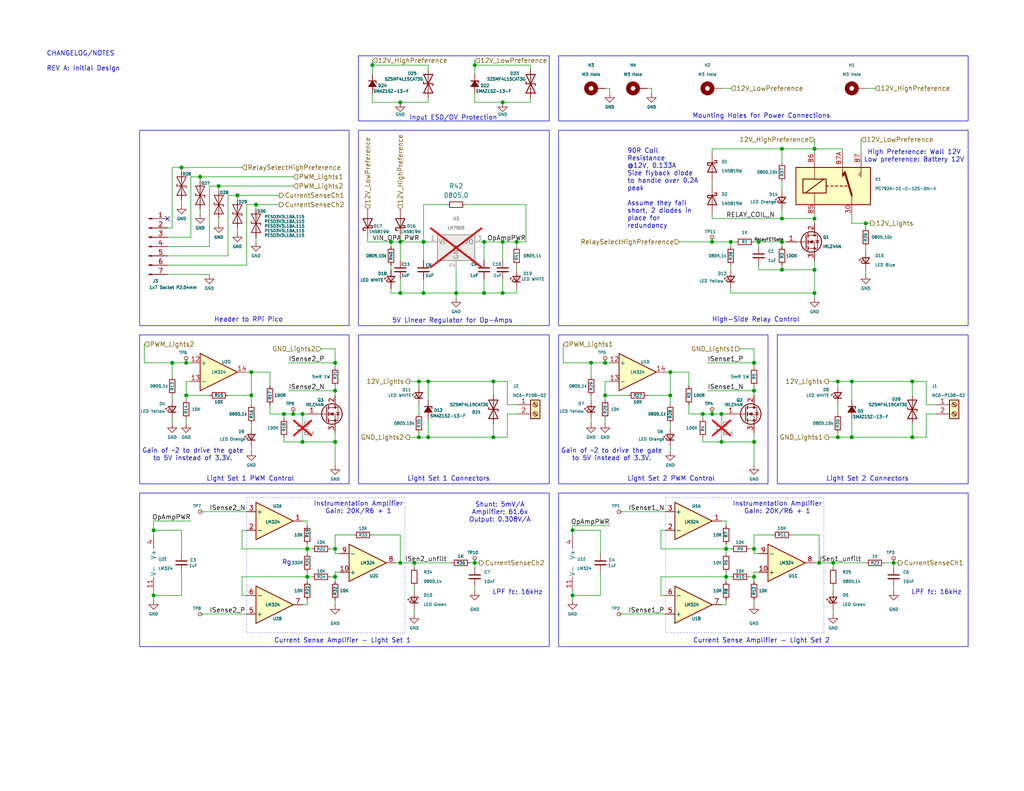
<source format=kicad_sch>
(kicad_sch (version 20231120) (generator "eeschema") (generator_version "8.0")
  (paper "USLetter")
  (title_block (title "Main") (date "2024-03-02") (rev "A01"))
  (junction (at 205.74 99.06))
  (junction (at 124.46 80.01))
  (junction (at 228.6 104.14))
  (junction (at 194.31 113.03))
  (junction (at 222.25 80.01))
  (junction (at 198.12 149.86))
  (junction (at 91.44 120.65))
  (junction (at 114.3 119.38))
  (junction (at 132.08 66.04))
  (junction (at 207.01 66.04))
  (junction (at 77.47 113.03))
  (junction (at 165.1 99.06))
  (junction (at 129.54 153.67))
  (junction (at 213.36 40.64))
  (junction (at 68.58 101.6))
  (junction (at 243.84 153.67))
  (junction (at 222.25 59.69))
  (junction (at 115.57 80.01))
  (junction (at 198.12 157.48))
  (junction (at 205.74 120.65))
  (junction (at 69.85 55.88))
  (junction (at 113.03 153.67))
  (junction (at 227.33 153.67))
  (junction (at 194.31 66.04))
  (junction (at 222.25 73.66))
  (junction (at 80.01 113.03))
  (junction (at 134.62 104.14))
  (junction (at 109.22 153.67))
  (junction (at 236.22 60.96))
  (junction (at 132.08 80.01))
  (junction (at 91.44 99.06))
  (junction (at 50.8 107.95))
  (junction (at 54.61 48.26))
  (junction (at 196.85 120.65))
  (junction (at 68.58 107.95))
  (junction (at 83.82 157.48))
  (junction (at 182.88 101.6))
  (junction (at 134.62 119.38))
  (junction (at 50.8 99.06))
  (junction (at 140.97 66.04))
  (junction (at 109.22 27.94))
  (junction (at 82.55 113.03))
  (junction (at 116.84 104.14))
  (junction (at 196.85 113.03))
  (junction (at 82.55 120.65))
  (junction (at 101.6 17.78))
  (junction (at 137.16 27.94))
  (junction (at 213.36 73.66))
  (junction (at 115.57 66.04))
  (junction (at 205.74 157.48))
  (junction (at 165.1 107.95))
  (junction (at 129.54 17.78))
  (junction (at 223.52 153.67))
  (junction (at 205.74 106.68))
  (junction (at 156.21 162.56))
  (junction (at 83.82 149.86))
  (junction (at 64.77 53.34))
  (junction (at 248.92 104.14))
  (junction (at 109.22 66.04))
  (junction (at 205.74 149.86))
  (junction (at 228.6 119.38))
  (junction (at 161.29 99.06))
  (junction (at 156.21 144.78))
  (junction (at 191.77 113.03))
  (junction (at 49.53 45.72))
  (junction (at 91.44 106.68))
  (junction (at 91.44 149.86))
  (junction (at 109.22 80.01))
  (junction (at 106.68 66.04))
  (junction (at 137.16 80.01))
  (junction (at 248.92 119.38))
  (junction (at 91.44 157.48))
  (junction (at 116.84 119.38))
  (junction (at 182.88 107.95))
  (junction (at 213.36 59.69))
  (junction (at 114.3 104.14))
  (junction (at 59.69 50.8))
  (junction (at 41.91 144.78))
  (junction (at 46.99 99.06))
  (junction (at 232.41 119.38))
  (junction (at 41.91 162.56))
  (junction (at 232.41 104.14))
  (junction (at 213.36 66.04))
  (junction (at 222.25 40.64))
  (junction (at 137.16 66.04))
  (junction (at 199.39 66.04))
  (no_connect (at 45.72 59.69))
  (wire (pts (xy 198.12 148.59) (xy 198.12 149.86)))
  (wire (pts (xy 222.25 59.69) (xy 222.25 58.42)))
  (wire (pts (xy 49.53 55.88) (xy 49.53 54.61)))
  (wire (pts (xy 90.17 149.86) (xy 91.44 149.86)))
  (wire (pts (xy 194.31 111.76) (xy 194.31 113.03)))
  (wire (pts (xy 194.31 66.04) (xy 199.39 66.04)))
  (wire (pts (xy 161.29 99.06) (xy 165.1 99.06)))
  (wire (pts (xy 252.73 113.03) (xy 255.27 113.03)))
  (wire (pts (xy 194.31 49.53) (xy 194.31 50.8)))
  (wire (pts (xy 161.29 109.22) (xy 161.29 107.95)))
  (wire (pts (xy 115.57 80.01) (xy 124.46 80.01)))
  (wire (pts (xy 161.29 99.06) (xy 161.29 102.87)))
  (wire (pts (xy 200.66 66.04) (xy 199.39 66.04)))
  (wire (pts (xy 59.69 60.96) (xy 59.69 59.69)))
  (wire (pts (xy 91.44 118.11) (xy 91.44 120.65)))
  (wire (pts (xy 181.61 101.6) (xy 182.88 101.6)))
  (wire (pts (xy 213.36 40.64) (xy 213.36 44.45)))
  (wire (pts (xy 236.22 62.23) (xy 236.22 60.96)))
  (wire (pts (xy 46.99 99.06) (xy 46.99 102.87)))
  (wire (pts (xy 78.74 99.06) (xy 91.44 99.06)))
  (wire (pts (xy 109.22 27.94) (xy 116.84 27.94)))
  (wire (pts (xy 228.6 104.14) (xy 228.6 105.41)))
  (wire (pts (xy 187.96 110.49) (xy 187.96 113.03)))
  (wire (pts (xy 106.68 72.39) (xy 106.68 73.66)))
  (wire (pts (xy 191.77 113.03) (xy 194.31 113.03)))
  (wire (pts (xy 248.92 104.14) (xy 248.92 107.95)))
  (wire (pts (xy 234.95 38.1) (xy 234.95 41.91)))
  (wire (pts (xy 100.33 66.04) (xy 100.33 64.77)))
  (wire (pts (xy 140.97 72.39) (xy 140.97 73.66)))
  (wire (pts (xy 57.15 67.31) (xy 45.72 67.31)))
  (wire (pts (xy 182.88 101.6) (xy 187.96 101.6)))
  (wire (pts (xy 187.96 101.6) (xy 187.96 105.41)))
  (wire (pts (xy 129.54 17.78) (xy 129.54 20.32)))
  (wire (pts (xy 91.44 151.13) (xy 91.44 149.86)))
  (wire (pts (xy 163.83 144.78) (xy 156.21 144.78)))
  (wire (pts (xy 205.74 158.75) (xy 205.74 157.48)))
  (wire (pts (xy 106.68 66.04) (xy 109.22 66.04)))
  (wire (pts (xy 91.44 158.75) (xy 91.44 157.48)))
  (wire (pts (xy 166.37 24.13) (xy 166.37 25.4)))
  (wire (pts (xy 232.41 60.96) (xy 236.22 60.96)))
  (wire (pts (xy 77.47 120.65) (xy 82.55 120.65)))
  (wire (pts (xy 124.46 81.28) (xy 124.46 80.01)))
  (wire (pts (xy 241.3 153.67) (xy 243.84 153.67)))
  (wire (pts (xy 111.76 119.38) (xy 114.3 119.38)))
  (wire (pts (xy 194.31 113.03) (xy 196.85 113.03)))
  (wire (pts (xy 138.43 119.38) (xy 138.43 113.03)))
  (wire (pts (xy 176.53 107.95) (xy 182.88 107.95)))
  (wire (pts (xy 137.16 66.04) (xy 137.16 71.12)))
  (wire (pts (xy 165.1 109.22) (xy 165.1 107.95)))
  (wire (pts (xy 114.3 104.14) (xy 114.3 105.41)))
  (wire (pts (xy 66.04 157.48) (xy 83.82 157.48)))
  (wire (pts (xy 132.08 76.2) (xy 132.08 80.01)))
  (wire (pts (xy 54.61 139.7) (xy 67.31 139.7)))
  (wire (pts (xy 49.53 45.72) (xy 49.53 46.99)))
  (wire (pts (xy 114.3 119.38) (xy 116.84 119.38)))
  (wire (pts (xy 49.53 156.21) (xy 49.53 162.56)))
  (wire (pts (xy 210.82 146.05) (xy 205.74 146.05)))
  (wire (pts (xy 205.74 95.25) (xy 205.74 99.06)))
  (wire (pts (xy 194.31 64.77) (xy 194.31 66.04)))
  (wire (pts (xy 46.99 45.72) (xy 49.53 45.72)))
  (wire (pts (xy 49.53 151.13) (xy 49.53 144.78)))
  (wire (pts (xy 91.44 95.25) (xy 91.44 99.06)))
  (wire (pts (xy 205.74 66.04) (xy 207.01 66.04)))
  (wire (pts (xy 156.21 163.83) (xy 156.21 162.56)))
  (wire (pts (xy 156.21 143.51) (xy 156.21 144.78)))
  (wire (pts (xy 128.27 153.67) (xy 129.54 153.67)))
  (wire (pts (xy 91.44 120.65) (xy 91.44 127)))
  (wire (pts (xy 134.62 104.14) (xy 134.62 107.95)))
  (wire (pts (xy 50.8 107.95) (xy 57.15 107.95)))
  (wire (pts (xy 198.12 158.75) (xy 198.12 157.48)))
  (wire (pts (xy 227.33 154.94) (xy 227.33 153.67)))
  (wire (pts (xy 163.83 162.56) (xy 156.21 162.56)))
  (wire (pts (xy 52.07 48.26) (xy 52.07 64.77)))
  (wire (pts (xy 213.36 59.69) (xy 222.25 59.69)))
  (wire (pts (xy 83.82 149.86) (xy 83.82 151.13)))
  (wire (pts (xy 205.74 99.06) (xy 205.74 100.33)))
  (wire (pts (xy 182.88 116.84) (xy 182.88 115.57)))
  (wire (pts (xy 115.57 76.2) (xy 115.57 80.01)))
  (wire (pts (xy 213.36 40.64) (xy 222.25 40.64)))
  (wire (pts (xy 228.6 119.38) (xy 232.41 119.38)))
  (wire (pts (xy 109.22 76.2) (xy 109.22 80.01)))
  (wire (pts (xy 62.23 107.95) (xy 68.58 107.95)))
  (wire (pts (xy 49.53 144.78) (xy 41.91 144.78)))
  (wire (pts (xy 46.99 62.23) (xy 45.72 62.23)))
  (wire (pts (xy 132.08 66.04) (xy 137.16 66.04)))
  (wire (pts (xy 101.6 146.05) (xy 109.22 146.05)))
  (wire (pts (xy 41.91 161.29) (xy 41.91 162.56)))
  (wire (pts (xy 153.67 93.98) (xy 153.67 99.06)))
  (wire (pts (xy 140.97 78.74) (xy 140.97 80.01)))
  (wire (pts (xy 165.1 107.95) (xy 171.45 107.95)))
  (wire (pts (xy 101.6 16.51) (xy 101.6 17.78)))
  (wire (pts (xy 205.74 151.13) (xy 205.74 149.86)))
  (wire (pts (xy 213.36 73.66) (xy 222.25 73.66)))
  (wire (pts (xy 165.1 97.79) (xy 165.1 99.06)))
  (wire (pts (xy 46.99 45.72) (xy 46.99 62.23)))
  (wire (pts (xy 213.36 49.53) (xy 213.36 52.07)))
  (wire (pts (xy 76.2 55.88) (xy 69.85 55.88)))
  (wire (pts (xy 238.76 24.13) (xy 236.22 24.13)))
  (wire (pts (xy 205.74 156.21) (xy 205.74 157.48)))
  (wire (pts (xy 83.82 156.21) (xy 83.82 157.48)))
  (wire (pts (xy 199.39 149.86) (xy 198.12 149.86)))
  (wire (pts (xy 199.39 67.31) (xy 199.39 66.04)))
  (wire (pts (xy 196.85 165.1) (xy 198.12 165.1)))
  (wire (pts (xy 109.22 80.01) (xy 115.57 80.01)))
  (wire (pts (xy 68.58 123.19) (xy 68.58 121.92)))
  (wire (pts (xy 222.25 81.28) (xy 222.25 80.01)))
  (wire (pts (xy 248.92 119.38) (xy 252.73 119.38)))
  (wire (pts (xy 82.55 119.38) (xy 82.55 120.65)))
  (wire (pts (xy 116.84 119.38) (xy 134.62 119.38)))
  (wire (pts (xy 205.74 157.48) (xy 204.47 157.48)))
  (wire (pts (xy 91.44 157.48) (xy 90.17 157.48)))
  (wire (pts (xy 67.31 162.56) (xy 66.04 162.56)))
  (wire (pts (xy 46.99 109.22) (xy 46.99 107.95)))
  (wire (pts (xy 227.33 167.64) (xy 227.33 166.37)))
  (wire (pts (xy 182.88 123.19) (xy 182.88 121.92)))
  (wire (pts (xy 223.52 153.67) (xy 227.33 153.67)))
  (wire (pts (xy 85.09 149.86) (xy 83.82 149.86)))
  (wire (pts (xy 59.69 50.8) (xy 80.01 50.8)))
  (wire (pts (xy 187.96 113.03) (xy 191.77 113.03)))
  (wire (pts (xy 78.74 106.68) (xy 91.44 106.68)))
  (wire (pts (xy 109.22 66.04) (xy 109.22 71.12)))
  (wire (pts (xy 92.71 156.21) (xy 91.44 156.21)))
  (wire (pts (xy 50.8 97.79) (xy 50.8 99.06)))
  (wire (pts (xy 129.54 25.4) (xy 129.54 27.94)))
  (wire (pts (xy 129.54 16.51) (xy 129.54 17.78)))
  (wire (pts (xy 196.85 113.03) (xy 198.12 113.03)))
  (wire (pts (xy 116.84 104.14) (xy 134.62 104.14)))
  (wire (pts (xy 114.3 113.03) (xy 114.3 110.49)))
  (wire (pts (xy 156.21 161.29) (xy 156.21 162.56)))
  (wire (pts (xy 132.08 66.04) (xy 132.08 71.12)))
  (wire (pts (xy 228.6 119.38) (xy 228.6 118.11)))
  (wire (pts (xy 85.09 157.48) (xy 83.82 157.48)))
  (wire (pts (xy 207.01 72.39) (xy 207.01 73.66)))
  (wire (pts (xy 96.52 146.05) (xy 91.44 146.05)))
  (wire (pts (xy 205.74 146.05) (xy 205.74 149.86)))
  (wire (pts (xy 82.55 113.03) (xy 83.82 113.03)))
  (wire (pts (xy 52.07 142.24) (xy 41.91 142.24)))
  (wire (pts (xy 191.77 113.03) (xy 191.77 114.3)))
  (wire (pts (xy 232.41 104.14) (xy 248.92 104.14)))
  (wire (pts (xy 144.78 17.78) (xy 144.78 19.05)))
  (wire (pts (xy 199.39 73.66) (xy 199.39 72.39)))
  (wire (pts (xy 66.04 149.86) (xy 83.82 149.86)))
  (wire (pts (xy 129.54 153.67) (xy 130.81 153.67)))
  (wire (pts (xy 46.99 99.06) (xy 50.8 99.06)))
  (wire (pts (xy 113.03 167.64) (xy 113.03 166.37)))
  (wire (pts (xy 91.44 151.13) (xy 92.71 151.13)))
  (wire (pts (xy 228.6 110.49) (xy 228.6 113.03)))
  (wire (pts (xy 252.73 119.38) (xy 252.73 113.03)))
  (wire (pts (xy 222.25 59.69) (xy 222.25 60.96)))
  (wire (pts (xy 199.39 24.13) (xy 196.85 24.13)))
  (wire (pts (xy 222.25 38.1) (xy 222.25 40.64)))
  (wire (pts (xy 54.61 167.64) (xy 67.31 167.64)))
  (wire (pts (xy 207.01 66.04) (xy 213.36 66.04)))
  (wire (pts (xy 205.74 95.25) (xy 201.93 95.25)))
  (wire (pts (xy 222.25 71.12) (xy 222.25 73.66)))
  (wire (pts (xy 213.36 72.39) (xy 213.36 73.66)))
  (wire (pts (xy 198.12 156.21) (xy 198.12 157.48)))
  (wire (pts (xy 129.54 152.4) (xy 129.54 153.67)))
  (wire (pts (xy 67.31 144.78) (xy 66.04 144.78)))
  (wire (pts (xy 156.21 144.78) (xy 156.21 146.05)))
  (wire (pts (xy 165.1 24.13) (xy 166.37 24.13)))
  (wire (pts (xy 114.3 119.38) (xy 114.3 118.11)))
  (wire (pts (xy 177.8 24.13) (xy 177.8 25.4)))
  (wire (pts (xy 165.1 99.06) (xy 166.37 99.06)))
  (wire (pts (xy 73.66 110.49) (xy 73.66 113.03)))
  (wire (pts (xy 109.22 64.77) (xy 109.22 66.04)))
  (wire (pts (xy 165.1 107.95) (xy 165.1 104.14)))
  (wire (pts (xy 62.23 69.85) (xy 45.72 69.85)))
  (wire (pts (xy 109.22 66.04) (xy 115.57 66.04)))
  (wire (pts (xy 50.8 115.57) (xy 50.8 114.3)))
  (wire (pts (xy 140.97 66.04) (xy 143.51 66.04)))
  (wire (pts (xy 194.31 59.69) (xy 213.36 59.69)))
  (wire (pts (xy 73.66 113.03) (xy 77.47 113.03)))
  (wire (pts (xy 196.85 142.24) (xy 198.12 142.24)))
  (wire (pts (xy 205.74 118.11) (xy 205.74 120.65)))
  (wire (pts (xy 114.3 104.14) (xy 116.84 104.14)))
  (wire (pts (xy 124.46 73.66) (xy 124.46 80.01)))
  (wire (pts (xy 199.39 80.01) (xy 222.25 80.01)))
  (wire (pts (xy 196.85 114.3) (xy 196.85 113.03)))
  (wire (pts (xy 62.23 53.34) (xy 64.77 53.34)))
  (wire (pts (xy 54.61 48.26) (xy 54.61 49.53)))
  (wire (pts (xy 127 55.88) (xy 143.51 55.88)))
  (wire (pts (xy 204.47 149.86) (xy 205.74 149.86)))
  (wire (pts (xy 228.6 104.14) (xy 232.41 104.14)))
  (wire (pts (xy 222.25 40.64) (xy 229.87 40.64)))
  (wire (pts (xy 64.77 53.34) (xy 76.2 53.34)))
  (wire (pts (xy 57.15 50.8) (xy 57.15 67.31)))
  (wire (pts (xy 165.1 115.57) (xy 165.1 114.3)))
  (wire (pts (xy 205.74 105.41) (xy 205.74 106.68)))
  (wire (pts (xy 156.21 143.51) (xy 166.37 143.51)))
  (wire (pts (xy 69.85 57.15) (xy 69.85 55.88)))
  (wire (pts (xy 83.82 148.59) (xy 83.82 149.86)))
  (wire (pts (xy 67.31 101.6) (xy 68.58 101.6)))
  (wire (pts (xy 80.01 113.03) (xy 82.55 113.03)))
  (wire (pts (xy 91.44 156.21) (xy 91.44 157.48)))
  (wire (pts (xy 73.66 101.6) (xy 73.66 105.41)))
  (wire (pts (xy 213.36 66.04) (xy 213.36 67.31)))
  (wire (pts (xy 165.1 104.14) (xy 166.37 104.14)))
  (wire (pts (xy 83.82 158.75) (xy 83.82 157.48)))
  (wire (pts (xy 132.08 80.01) (xy 124.46 80.01)))
  (wire (pts (xy 77.47 113.03) (xy 80.01 113.03)))
  (wire (pts (xy 57.15 74.93) (xy 45.72 74.93)))
  (wire (pts (xy 252.73 110.49) (xy 255.27 110.49)))
  (wire (pts (xy 194.31 58.42) (xy 194.31 59.69)))
  (wire (pts (xy 176.53 24.13) (xy 177.8 24.13)))
  (wire (pts (xy 69.85 55.88) (xy 67.31 55.88)))
  (wire (pts (xy 132.08 80.01) (xy 137.16 80.01)))
  (wire (pts (xy 213.36 57.15) (xy 213.36 59.69)))
  (wire (pts (xy 116.84 17.78) (xy 116.84 19.05)))
  (wire (pts (xy 196.85 119.38) (xy 196.85 120.65)))
  (wire (pts (xy 137.16 80.01) (xy 140.97 80.01)))
  (wire (pts (xy 54.61 58.42) (xy 54.61 57.15)))
  (wire (pts (xy 50.8 104.14) (xy 52.07 104.14)))
  (wire (pts (xy 138.43 113.03) (xy 140.97 113.03)))
  (wire (pts (xy 41.91 142.24) (xy 41.91 144.78)))
  (wire (pts (xy 109.22 146.05) (xy 109.22 153.67)))
  (wire (pts (xy 82.55 165.1) (xy 83.82 165.1)))
  (wire (pts (xy 129.54 17.78) (xy 144.78 17.78)))
  (wire (pts (xy 113.03 153.67) (xy 123.19 153.67)))
  (wire (pts (xy 41.91 144.78) (xy 41.91 146.05)))
  (wire (pts (xy 91.44 95.25) (xy 87.63 95.25)))
  (wire (pts (xy 91.44 163.83) (xy 91.44 165.1)))
  (wire (pts (xy 232.41 104.14) (xy 232.41 109.22)))
  (wire (pts (xy 113.03 154.94) (xy 113.03 153.67)))
  (wire (pts (xy 232.41 60.96) (xy 232.41 58.42)))
  (wire (pts (xy 182.88 107.95) (xy 182.88 101.6)))
  (wire (pts (xy 113.03 161.29) (xy 113.03 160.02)))
  (wire (pts (xy 129.54 153.67) (xy 129.54 154.94)))
  (wire (pts (xy 198.12 165.1) (xy 198.12 163.83)))
  (wire (pts (xy 137.16 76.2) (xy 137.16 80.01)))
  (wire (pts (xy 101.6 27.94) (xy 109.22 27.94)))
  (wire (pts (xy 100.33 66.04) (xy 106.68 66.04)))
  (wire (pts (xy 91.44 146.05) (xy 91.44 149.86)))
  (wire (pts (xy 232.41 119.38) (xy 248.92 119.38)))
  (wire (pts (xy 215.9 146.05) (xy 223.52 146.05)))
  (wire (pts (xy 115.57 66.04) (xy 115.57 71.12)))
  (wire (pts (xy 232.41 114.3) (xy 232.41 119.38)))
  (wire (pts (xy 140.97 66.04) (xy 140.97 67.31)))
  (wire (pts (xy 223.52 153.67) (xy 222.25 153.67)))
  (wire (pts (xy 213.36 66.04) (xy 214.63 66.04)))
  (wire (pts (xy 80.01 111.76) (xy 80.01 113.03)))
  (wire (pts (xy 243.84 152.4) (xy 243.84 153.67)))
  (wire (pts (xy 66.04 162.56) (xy 66.04 157.48)))
  (wire (pts (xy 57.15 50.8) (xy 59.69 50.8)))
  (wire (pts (xy 180.34 157.48) (xy 198.12 157.48)))
  (wire (pts (xy 101.6 17.78) (xy 116.84 17.78)))
  (wire (pts (xy 138.43 110.49) (xy 140.97 110.49)))
  (wire (pts (xy 106.68 78.74) (xy 106.68 80.01)))
  (wire (pts (xy 68.58 116.84) (xy 68.58 115.57)))
  (wire (pts (xy 91.44 106.68) (xy 91.44 107.95)))
  (wire (pts (xy 109.22 153.67) (xy 113.03 153.67)))
  (wire (pts (xy 106.68 80.01) (xy 109.22 80.01)))
  (wire (pts (xy 109.22 153.67) (xy 107.95 153.67)))
  (wire (pts (xy 134.62 119.38) (xy 138.43 119.38)))
  (wire (pts (xy 153.67 99.06) (xy 161.29 99.06)))
  (wire (pts (xy 46.99 115.57) (xy 46.99 114.3)))
  (wire (pts (xy 193.04 99.06) (xy 205.74 99.06)))
  (wire (pts (xy 116.84 27.94) (xy 116.84 26.67)))
  (wire (pts (xy 82.55 120.65) (xy 91.44 120.65)))
  (wire (pts (xy 226.06 104.14) (xy 228.6 104.14)))
  (wire (pts (xy 168.91 167.64) (xy 181.61 167.64)))
  (wire (pts (xy 54.61 48.26) (xy 80.01 48.26)))
  (wire (pts (xy 236.22 68.58) (xy 236.22 67.31)))
  (wire (pts (xy 69.85 66.04) (xy 69.85 64.77)))
  (wire (pts (xy 50.8 107.95) (xy 50.8 104.14)))
  (wire (pts (xy 161.29 115.57) (xy 161.29 114.3)))
  (wire (pts (xy 67.31 55.88) (xy 67.31 72.39)))
  (wire (pts (xy 45.72 72.39) (xy 67.31 72.39)))
  (wire (pts (xy 62.23 53.34) (xy 62.23 69.85)))
  (wire (pts (xy 77.47 119.38) (xy 77.47 120.65)))
  (wire (pts (xy 194.31 40.64) (xy 213.36 40.64)))
  (wire (pts (xy 50.8 109.22) (xy 50.8 107.95)))
  (wire (pts (xy 64.77 54.61) (xy 64.77 53.34)))
  (wire (pts (xy 137.16 66.04) (xy 140.97 66.04)))
  (wire (pts (xy 41.91 163.83) (xy 41.91 162.56)))
  (wire (pts (xy 39.37 99.06) (xy 46.99 99.06)))
  (wire (pts (xy 196.85 120.65) (xy 205.74 120.65)))
  (wire (pts (xy 129.54 160.02) (xy 129.54 161.29)))
  (wire (pts (xy 129.54 27.94) (xy 137.16 27.94)))
  (wire (pts (xy 222.25 40.64) (xy 222.25 41.91)))
  (wire (pts (xy 116.84 114.3) (xy 116.84 119.38)))
  (wire (pts (xy 198.12 142.24) (xy 198.12 143.51)))
  (wire (pts (xy 134.62 115.57) (xy 134.62 119.38)))
  (wire (pts (xy 163.83 156.21) (xy 163.83 162.56)))
  (wire (pts (xy 182.88 107.95) (xy 182.88 110.49)))
  (wire (pts (xy 68.58 101.6) (xy 73.66 101.6)))
  (wire (pts (xy 205.74 151.13) (xy 207.01 151.13)))
  (wire (pts (xy 243.84 153.67) (xy 245.11 153.67)))
  (wire (pts (xy 77.47 113.03) (xy 77.47 114.3)))
  (wire (pts (xy 163.83 151.13) (xy 163.83 144.78)))
  (wire (pts (xy 252.73 104.14) (xy 252.73 110.49)))
  (wire (pts (xy 222.25 73.66) (xy 222.25 80.01)))
  (wire (pts (xy 205.74 106.68) (xy 205.74 107.95)))
  (wire (pts (xy 227.33 153.67) (xy 236.22 153.67)))
  (wire (pts (xy 226.06 119.38) (xy 228.6 119.38)))
  (wire (pts (xy 168.91 139.7) (xy 181.61 139.7)))
  (wire (pts (xy 68.58 107.95) (xy 68.58 110.49)))
  (wire (pts (xy 248.92 115.57) (xy 248.92 119.38)))
  (wire (pts (xy 191.77 119.38) (xy 191.77 120.65)))
  (wire (pts (xy 137.16 27.94) (xy 144.78 27.94)))
  (wire (pts (xy 199.39 157.48) (xy 198.12 157.48)))
  (wire (pts (xy 181.61 162.56) (xy 180.34 162.56)))
  (wire (pts (xy 134.62 104.14) (xy 138.43 104.14)))
  (wire (pts (xy 180.34 144.78) (xy 180.34 149.86)))
  (wire (pts (xy 50.8 99.06) (xy 52.07 99.06)))
  (wire (pts (xy 52.07 64.77) (xy 45.72 64.77)))
  (wire (pts (xy 59.69 50.8) (xy 59.69 52.07)))
  (wire (pts (xy 181.61 144.78) (xy 180.34 144.78)))
  (wire (pts (xy 111.76 104.14) (xy 114.3 104.14)))
  (wire (pts (xy 223.52 146.05) (xy 223.52 153.67)))
  (wire (pts (xy 198.12 149.86) (xy 198.12 151.13)))
  (wire (pts (xy 64.77 63.5) (xy 64.77 62.23)))
  (wire (pts (xy 83.82 165.1) (xy 83.82 163.83)))
  (wire (pts (xy 49.53 45.72) (xy 66.04 45.72)))
  (wire (pts (xy 207.01 73.66) (xy 213.36 73.66)))
  (wire (pts (xy 227.33 161.29) (xy 227.33 160.02)))
  (wire (pts (xy 199.39 78.74) (xy 199.39 80.01)))
  (wire (pts (xy 39.37 93.98) (xy 39.37 99.06)))
  (wire (pts (xy 82.55 114.3) (xy 82.55 113.03)))
  (wire (pts (xy 143.51 55.88) (xy 143.51 66.04)))
  (wire (pts (xy 180.34 162.56) (xy 180.34 157.48)))
  (wire (pts (xy 121.92 55.88) (xy 115.57 55.88)))
  (wire (pts (xy 49.53 162.56) (xy 41.91 162.56)))
  (wire (pts (xy 229.87 41.91) (xy 229.87 40.64)))
  (wire (pts (xy 101.6 17.78) (xy 101.6 20.32)))
  (wire (pts (xy 144.78 27.94) (xy 144.78 26.67)))
  (wire (pts (xy 101.6 25.4) (xy 101.6 27.94)))
  (wire (pts (xy 83.82 142.24) (xy 83.82 143.51)))
  (wire (pts (xy 180.34 149.86) (xy 198.12 149.86)))
  (wire (pts (xy 52.07 48.26) (xy 54.61 48.26)))
  (wire (pts (xy 207.01 156.21) (xy 205.74 156.21)))
  (wire (pts (xy 248.92 104.14) (xy 252.73 104.14)))
  (wire (pts (xy 194.31 41.91) (xy 194.31 40.64)))
  (wire (pts (xy 138.43 104.14) (xy 138.43 110.49)))
  (wire (pts (xy 91.44 105.41) (xy 91.44 106.68)))
  (wire (pts (xy 205.74 163.83) (xy 205.74 165.1)))
  (wire (pts (xy 236.22 74.93) (xy 236.22 73.66)))
  (wire (pts (xy 82.55 142.24) (xy 83.82 142.24)))
  (wire (pts (xy 207.01 67.31) (xy 207.01 66.04)))
  (wire (pts (xy 205.74 120.65) (xy 205.74 127)))
  (wire (pts (xy 191.77 120.65) (xy 196.85 120.65)))
  (wire (pts (xy 66.04 144.78) (xy 66.04 149.86)))
  (wire (pts (xy 106.68 66.04) (xy 106.68 67.31)))
  (wire (pts (xy 243.84 153.67) (xy 243.84 154.94)))
  (wire (pts (xy 68.58 107.95) (xy 68.58 101.6)))
  (wire (pts (xy 185.42 66.04) (xy 194.31 66.04)))
  (wire (pts (xy 243.84 160.02) (xy 243.84 161.29)))
  (wire (pts (xy 115.57 55.88) (xy 115.57 66.04)))
  (wire (pts (xy 91.44 99.06) (xy 91.44 100.33)))
  (wire (pts (xy 193.04 106.68) (xy 205.74 106.68)))
  (wire (pts (xy 236.22 60.96) (xy 237.49 60.96)))
  (wire (pts (xy 115.57 66.04) (xy 116.84 66.04)))
  (wire (pts (xy 116.84 104.14) (xy 116.84 109.22)))
  (rectangle (start 97.79 35.56) (end 149.86 88.9))
  (rectangle (start 212.09 91.44) (end 264.16 132.08))
  (rectangle (start 181.61 135.89) (end 224.79 172.72) (stroke (width 0) (type dot)))
  (rectangle (start 152.4 134.62) (end 264.16 176.53))
  (rectangle (start 152.4 15.24) (end 264.16 33.02))
  (rectangle (start 67.31 135.89) (end 110.49 172.72) (stroke (width 0) (type dot)))
  (rectangle (start 97.79 15.24) (end 149.86 33.02))
  (rectangle (start 152.4 35.56) (end 264.16 88.9))
  (rectangle (start 38.1 134.62) (end 149.86 176.53))
  (rectangle (start 38.1 35.56) (end 95.25 88.9))
  (rectangle (start 38.1 91.44) (end 95.25 132.08))
  (rectangle (start 97.79 91.44) (end 149.86 132.08))
  (rectangle (start 152.4 91.44) (end 209.55 132.08))
  (text_box "90R Coil Resistance\n@12V, 0.133A\nSize flyback diode to handle over 0.2A peak\n\nAssume they fail short, 2 diodes in place for redundancy\n" (at 170.18 39.37 0) (size 21.59 21.59) (stroke (width -0.0001)) (effects (font (size 1.27 1.27)) (justify left top)))
  (text "LPF fc: 16kHz" (at 141.224 161.798 0) (effects (font (size 1.27 1.27))))
  (text "Light Set 2 Connectors\n" (at 236.728 130.81 0) (effects (font (size 1.27 1.27))))
  (text "Input ESD/OV Protection" (at 123.698 32.258 0) (effects (font (size 1.27 1.27))))
  (text "Mounting Holes for Power Connections" (at 207.772 31.75 0) (effects (font (size 1.27 1.27))))
  (text "High-Side Relay Control" (at 206.248 87.376 0) (effects (font (size 1.27 1.27))))
  (text "Gain of ~2 to drive the gate \nto 5V instead of 3.3V. " (at 167.386 124.206 0) (effects (font (size 1.27 1.27))))
  (text "Shunt: 5mV/A\nAmplifier: 61.6x\nOutput: 0.308V/A" (at 136.398 139.954 0) (effects (font (size 1.27 1.27))))
  (text "Light Set 1 PWM Control" (at 68.326 130.81 0) (effects (font (size 1.27 1.27))))
  (text "Instrumentation Amplifier\nGain: 20K/R6 + 1" (at 212.09 138.684 0) (effects (font (size 1.27 1.27))))
  (text "Current Sense Amplifier - Light Set 1\n" (at 93.472 175.006 0) (effects (font (size 1.27 1.27))))
  (text "High Preference: Wall 12V\nLow preference: Battery 12V" (at 249.428 42.672 0) (effects (font (size 1.27 1.27))))
  (text "Light Set 2 PWM Control" (at 183.134 130.81 0) (effects (font (size 1.27 1.27))))
  (text "Current Sense Amplifier - Light Set 2\n" (at 207.772 175.006 0) (effects (font (size 1.27 1.27))))
  (text "5V Linear Regulator for Op-Amps" (at 123.444 87.63 0) (effects (font (size 1.27 1.27))))
  (text "Header to RPi Pico" (at 67.818 87.376 0) (effects (font (size 1.27 1.27))))
  (text "Light Set 1 Connectors\n" (at 122.428 130.81 0) (effects (font (size 1.27 1.27))))
  (text "Gain of ~2 to drive the gate \nto 5V instead of 3.3V. " (at 53.086 124.206 0) (effects (font (size 1.27 1.27))))
  (text "Instrumentation Amplifier\nGain: 20K/R6 + 1" (at 97.79 138.684 0) (effects (font (size 1.27 1.27))))
  (text "CHANGELOG/NOTES\n\nREV A: Initial Design\n" (at 12.7 19.558 0) (effects (font (size 1.27 1.27)) (justify left bottom)))
  (text "LPF fc: 16kHz" (at 255.524 161.798 0) (effects (font (size 1.27 1.27))))
  (text "Rg" (at 78.232 153.67 0) (effects (font (size 1.27 1.27))))
  (label "ISense2_P" (at 57.15 167.64 0))
  (label "ISense2_N" (at 78.74 106.68 0))
  (label "RelayFETGate" (at 205.74 66.04 0) (effects (font (size 0.8 0.8))))
  (label "VIN_OPA_PWR" (at 101.6 66.04 0))
  (label "OpAmpPWR" (at 166.37 143.51 180))
  (label "ISense2_N" (at 57.15 139.7 0))
  (label "OpAmpPWR" (at 143.51 66.04 180))
  (label "ISen2_unfilt" (at 110.49 153.67 0))
  (label "OpAmpPWR" (at 52.07 142.24 180))
  (label "ISense1_N" (at 193.04 106.68 0))
  (label "ISense1_P" (at 193.04 99.06 0))
  (label "ISense1_N" (at 171.45 139.7 0))
  (label "RELAY_COIL_N" (at 198.12 59.69 0))
  (label "ISense2_P" (at 78.74 99.06 0))
  (label "ISense1_P" (at 171.45 167.64 0))
  (label "ISen1_unfilt" (at 223.52 153.67 0))
  (hierarchical_label "GND_Lights1" (shape input) (at 201.93 95.25 180))
  (hierarchical_label "12V_Lights" (shape output) (at 226.06 104.14 180))
  (hierarchical_label "CurrentSenseCh2" (shape output) (at 76.2 55.88 0))
  (hierarchical_label "12V_HighPreference" (shape input) (at 222.25 38.1 180))
  (hierarchical_label "PWM_Lights1" (shape input) (at 153.67 93.98 0))
  (hierarchical_label "PWM_Lights1" (shape input) (at 80.01 48.26 0))
  (hierarchical_label "12V_HighPreference" (shape input) (at 101.6 16.51 0))
  (hierarchical_label "CurrentSenseCh1" (shape output) (at 76.2 53.34 0))
  (hierarchical_label "12V_LowPreference" (shape input) (at 199.39 24.13 0))
  (hierarchical_label "GND_Lights2" (shape input) (at 87.63 95.25 180))
  (hierarchical_label "PWM_Lights2" (shape input) (at 39.37 93.98 0))
  (hierarchical_label "PWM_Lights2" (shape input) (at 80.01 50.8 0))
  (hierarchical_label "GND_Lights1" (shape output) (at 226.06 119.38 180))
  (hierarchical_label "CurrentSenseCh2" (shape output) (at 130.81 153.67 0))
  (hierarchical_label "12V_HighPreference" (shape input) (at 238.76 24.13 0))
  (hierarchical_label "12V_LowPreference" (shape input) (at 234.95 38.1 0))
  (hierarchical_label "12V_Lights" (shape output) (at 111.76 104.14 180))
  (hierarchical_label "RelaySelectHighPreference" (shape input) (at 66.04 45.72 0))
  (hierarchical_label "CurrentSenseCh1" (shape output) (at 245.11 153.67 0))
  (hierarchical_label "RelaySelectHighPreference" (shape input) (at 185.42 66.04 180))
  (hierarchical_label "12V_HighPreference" (shape input) (at 109.22 57.15 90))
  (hierarchical_label "12V_LowPreference" (shape input) (at 100.33 57.15 90))
  (hierarchical_label "GND_Lights2" (shape output) (at 111.76 119.38 180))
  (hierarchical_label "12V_LowPreference" (shape input) (at 129.54 16.51 0))
  (hierarchical_label "12V_Lights" (shape output) (at 237.49 60.96 0))
  (symbol (lib_id "Connector:TestPoint_Small") (at 54.61 139.7 0) (unit 1) (exclude_from_sim yes) (in_bom no)
    (property "Reference" "TP7" (at 52.578 138.176 0) (effects (font (size 0.8 0.8)) (justify left)))
    (property "Value" "TestPoint_Small" (effects (hide yes)))
    (property "Footprint" "TestPoint:TestPoint_Pad_D2.0mm" (effects (hide yes)))
    (property "Description" "test point" (effects (hide yes)))
  )
  (symbol (lib_id "power:GND") (at 222.25 81.28 0) (unit 1)
    (property "Reference" "#PWR03" (effects (hide yes)))
    (property "Value" "GND" (at 222.25 85.09 0) (effects (font (size 0.8 0.8))))
  )
  (symbol (lib_id "jlcpcb-basic-resistor:0402,100k") (at 213.36 69.85 0) (unit 1)
    (property "Reference" "R2" (at 213.36 70.612 90) (effects (font (size 0.8 0.8)) (justify left)))
    (property "Value" "100K" (at 214.376 69.85 0) (effects (font (size 0.8 0.8)) (justify left)))
    (property "Footprint" "Resistor_SMD:R_0805_2012Metric" (effects (hide yes)))
    (property "Datasheet" "https://datasheet.lcsc.com/lcsc/2110260030_UNI-ROYAL-Uniroyal-Elec-0402WGF1003TCE_C25741.pdf" (effects (hide yes)))
    (property "Description" "1% 1 16W Thick Film Resistors 50V   100ppm    -55    155   100k   0402 Chip Resistor - Surface Mount ROHS" (effects (hide yes)))
    (property "LCSC" "C25741" (effects (hide yes)))
    (property "MFG" "UNI-ROYAL(Uniroyal Elec)" (effects (hide yes)))
    (property "MFGPN" "0402WGF1003TCE" (effects (hide yes)))
  )
  (symbol (lib_id "Connector:TestPoint_Small") (at 165.1 97.79 0) (unit 1) (exclude_from_sim yes) (in_bom no)
    (property "Reference" "TP5" (at 163.068 96.266 0) (effects (font (size 0.8 0.8)) (justify left)))
    (property "Value" "TestPoint_Small" (effects (hide yes)))
    (property "Footprint" "TestPoint:TestPoint_Pad_D2.0mm" (effects (hide yes)))
    (property "Description" "test point" (effects (hide yes)))
  )
  (symbol (lib_id "Device:LED_Small") (at 161.29 111.76 90) (unit 1)
    (property "Reference" "D7" (at 157.734 110.236 90) (effects (font (size 0.8 0.8)) (justify right)))
    (property "Value" "LED Yellow" (at 152.654 112.268 90) (effects (font (size 0.8 0.8)) (justify right)))
    (property "Footprint" "LED_SMD:LED_0805_2012Metric" (effects (hide yes)))
    (property "Description" "Light emitting diode, small symbol" (effects (hide yes)))
  )
  (symbol (lib_name "GND_1") (lib_id "power:GND") (at 129.54 161.29 0) (unit 1)
    (property "Reference" "#PWR019" (effects (hide yes)))
    (property "Value" "GND" (at 129.54 166.37 0) (effects (font (size 0.8 0.8))))
    (property "Description" "Power symbol creates a global label with name \"GND\" , ground" (effects (hide yes)))
  )
  (symbol (lib_id "Amplifier_Operational:LM324") (at 74.93 142.24 0) (unit 1)
    (property "Reference" "U2" (at 75.692 138.176 0) (effects (font (size 0.8 0.8))))
    (property "Value" "LM324" (at 74.422 142.494 0) (effects (font (size 0.8 0.8))))
    (property "Footprint" "Package_DIP:DIP-14_W7.62mm_Socket" (effects (hide yes)))
    (property "Datasheet" "http://www.ti.com/lit/ds/symlink/lm2902-n.pdf" (effects (hide yes)))
    (property "Description" "Low-Power, Quad-Operational Amplifiers, DIP-14/SOIC-14/SSOP-14" (effects (hide yes)))
  )
  (symbol (lib_name "GND_1") (lib_id "power:GND") (at 177.8 25.4 0) (unit 1)
    (property "Reference" "#PWR032" (effects (hide yes)))
    (property "Value" "GND" (at 177.8 29.21 0) (effects (font (size 0.8 0.8))))
    (property "Description" "Power symbol creates a global label with name \"GND\" , ground" (effects (hide yes)))
  )
  (symbol (lib_id "jlcpcb-basic-resistor:0402,10k") (at 125.73 153.67 90) (unit 1)
    (property "Reference" "R36" (at 125.73 153.67 90) (effects (font (size 0.8 0.8))))
    (property "Value" "1K" (at 125.73 151.892 90) (effects (font (size 0.8 0.8))))
    (property "Footprint" "Resistor_SMD:R_0805_2012Metric" (effects (hide yes)))
    (property "Datasheet" "https://datasheet.lcsc.com/lcsc/2110260030_UNI-ROYAL-Uniroyal-Elec-0402WGF1002TCE_C25744.pdf" (effects (hide yes)))
    (property "Description" "1% 1 16W Thick Film Resistors 50V   100ppm    -55    155   10k   0402 Chip Resistor - Surface Mount ROHS" (effects (hide yes)))
    (property "LCSC" "C25744" (effects (hide yes)))
    (property "MFG" "UNI-ROYAL(Uniroyal Elec)" (effects (hide yes)))
    (property "MFGPN" "0402WGF1002TCE" (effects (hide yes)))
  )
  (symbol (lib_id "jlcpcb-basic-resistor:0402,1k") (at 73.66 107.95 0) (unit 1)
    (property "Reference" "R17" (at 73.66 107.95 90) (effects (font (size 0.8 0.8))))
    (property "Value" "100R" (at 76.454 107.95 0) (effects (font (size 0.8 0.8))))
    (property "Footprint" "Resistor_SMD:R_0805_2012Metric" (effects (hide yes)))
    (property "Datasheet" "https://datasheet.lcsc.com/lcsc/2110251730_UNI-ROYAL-Uniroyal-Elec-0402WGF1001TCE_C11702.pdf" (effects (hide yes)))
    (property "Description" "1% 1 16W Thick Film Resistors 50V   100ppm    -55    155   1k   0402 Chip Resistor - Surface Mount ROHS" (effects (hide yes)))
    (property "LCSC" "C11702" (effects (hide yes)))
    (property "MFG" "UNI-ROYAL(Uniroyal Elec)" (effects (hide yes)))
    (property "MFGPN" "0402WGF1001TCE" (effects (hide yes)))
  )
  (symbol (lib_id "power:GND") (at 54.61 58.42 0) (unit 1)
    (property "Reference" "#PWR028" (effects (hide yes)))
    (property "Value" "GND" (at 54.61 62.23 0) (effects (font (size 0.8 0.8))))
  )
  (symbol (lib_id "jlcpcb-basic-resistor:0805,10k") (at 236.22 64.77 0) (unit 1)
    (property "Reference" "R39" (at 236.22 66.04 90) (effects (font (size 0.8 0.8)) (justify left)))
    (property "Value" "0805,10k" (at 237.744 64.77 0) (effects (font (size 0.8 0.8)) (justify left)))
    (property "Footprint" "Resistor_SMD:R_0805_2012Metric" (effects (hide yes)))
    (property "Datasheet" "https://datasheet.lcsc.com/lcsc/2110251730_UNI-ROYAL-Uniroyal-Elec-0805W8F1002T5E_C17414.pdf" (effects (hide yes)))
    (property "Description" "1% 1 8W Thick Film Resistors 150V   100ppm    -55    155   10k   0805 Chip Resistor - Surface Mount ROHS" (effects (hide yes)))
    (property "LCSC" "C17414" (effects (hide yes)))
    (property "MFG" "UNI-ROYAL(Uniroyal Elec)" (effects (hide yes)))
    (property "MFGPN" "0805W8F1002T5E" (effects (hide yes)))
  )
  (symbol (lib_name "GND_1") (lib_id "power:GND") (at 41.91 163.83 0) (unit 1)
    (property "Reference" "#PWR08" (effects (hide yes)))
    (property "Value" "GND" (at 41.91 167.64 0) (effects (font (size 0.8 0.8))))
    (property "Description" "Power symbol creates a global label with name \"GND\" , ground" (effects (hide yes)))
  )
  (symbol (lib_id "Device:C_Small") (at 137.16 73.66 0) (unit 1)
    (property "Reference" "C10" (at 134.366 72.136 0) (effects (font (size 0.8 0.8)) (justify left)))
    (property "Value" "1uF" (at 134.62 75.184 0) (effects (font (size 0.8 0.8)) (justify left)))
    (property "Footprint" "Capacitor_SMD:C_0805_2012Metric" (effects (hide yes)))
    (property "Description" "Unpolarized capacitor, small symbol" (effects (hide yes)))
  )
  (symbol (lib_id "Device:C_Small") (at 82.55 116.84 0) (unit 1) (dnp yes)
    (property "Reference" "C5" (at 82.804 115.57 0) (effects (font (size 0.8 0.8)) (justify left)))
    (property "Value" "10nF" (at 82.804 118.364 0) (effects (font (size 0.8 0.8)) (justify left)))
    (property "Footprint" "Capacitor_SMD:C_0805_2012Metric" (effects (hide yes)))
    (property "Description" "Unpolarized capacitor, small symbol" (effects (hide yes)))
  )
  (symbol (lib_id "jlcpcb-basic-resistor:0402,10k") (at 87.63 149.86 90) (unit 1)
    (property "Reference" "R22" (at 87.63 149.86 90) (effects (font (size 0.8 0.8))))
    (property "Value" "10K" (at 87.63 148.082 90) (effects (font (size 0.8 0.8))))
    (property "Footprint" "Resistor_SMD:R_0805_2012Metric" (effects (hide yes)))
    (property "Datasheet" "https://datasheet.lcsc.com/lcsc/2110260030_UNI-ROYAL-Uniroyal-Elec-0402WGF1002TCE_C25744.pdf" (effects (hide yes)))
    (property "Description" "1% 1 16W Thick Film Resistors 50V   100ppm    -55    155   10k   0402 Chip Resistor - Surface Mount ROHS" (effects (hide yes)))
    (property "LCSC" "C25744" (effects (hide yes)))
    (property "MFG" "UNI-ROYAL(Uniroyal Elec)" (effects (hide yes)))
    (property "MFGPN" "0402WGF1002TCE" (effects (hide yes)))
  )
  (symbol (lib_id "Device:D_Zener_Small_Filled") (at 232.41 111.76 270) (unit 1)
    (property "Reference" "D3" (at 233.934 112.268 90) (effects (font (size 0.8 0.8)) (justify left)))
    (property "Value" "SMAZ15Z-13-F" (at 232.664 113.792 90) (effects (font (size 0.8 0.8)) (justify left)))
    (property "Footprint" "Diode_SMD:D_SMA" (effects (hide yes)))
    (property "Description" "Zener diode, small symbol, filled shape" (effects (hide yes)))
  )
  (symbol (lib_id "power:GND") (at 49.53 55.88 0) (unit 1)
    (property "Reference" "#PWR027" (effects (hide yes)))
    (property "Value" "GND" (at 49.53 59.69 0) (effects (font (size 0.8 0.8))))
  )
  (symbol (lib_id "Device:LED_Small") (at 199.39 76.2 90) (unit 1)
    (property "Reference" "D13" (at 195.834 74.676 90) (effects (font (size 0.8 0.8)) (justify right)))
    (property "Value" "LED Yellow" (at 190.754 76.708 90) (effects (font (size 0.8 0.8)) (justify right)))
    (property "Footprint" "LED_SMD:LED_0805_2012Metric" (effects (hide yes)))
    (property "Description" "Light emitting diode, small symbol" (effects (hide yes)))
  )
  (symbol (lib_name "GND_1") (lib_id "power:GND") (at 50.8 115.57 0) (unit 1)
    (property "Reference" "#PWR010" (effects (hide yes)))
    (property "Value" "GND" (at 50.8 119.38 0) (effects (font (size 0.8 0.8))))
    (property "Description" "Power symbol creates a global label with name \"GND\" , ground" (effects (hide yes)))
  )
  (symbol (lib_id "power:GND") (at 59.69 60.96 0) (unit 1)
    (property "Reference" "#PWR029" (effects (hide yes)))
    (property "Value" "GND" (at 59.69 64.77 0) (effects (font (size 0.8 0.8))))
  )
  (symbol (lib_id "jlcpcb-basic-resistor:0402,10k") (at 198.12 146.05 0) (unit 1)
    (property "Reference" "R7" (at 198.12 146.812 90) (effects (font (size 0.8 0.8)) (justify left)))
    (property "Value" "10K" (at 194.564 146.05 0) (effects (font (size 0.8 0.8)) (justify left)))
    (property "Footprint" "Resistor_SMD:R_0805_2012Metric" (effects (hide yes)))
    (property "Datasheet" "https://datasheet.lcsc.com/lcsc/2110260030_UNI-ROYAL-Uniroyal-Elec-0402WGF1002TCE_C25744.pdf" (effects (hide yes)))
    (property "Description" "1% 1 16W Thick Film Resistors 50V   100ppm    -55    155   10k   0402 Chip Resistor - Surface Mount ROHS" (effects (hide yes)))
    (property "LCSC" "C25744" (effects (hide yes)))
    (property "MFG" "UNI-ROYAL(Uniroyal Elec)" (effects (hide yes)))
    (property "MFGPN" "0402WGF1002TCE" (effects (hide yes)))
  )
  (symbol (lib_id "Device:C_Small") (at 132.08 73.66 0) (unit 1)
    (property "Reference" "C9" (at 128.524 72.136 0) (effects (font (size 0.8 0.8)) (justify left)))
    (property "Value" "1uF" (at 128.27 75.184 0) (effects (font (size 0.8 0.8)) (justify left)))
    (property "Footprint" "Capacitor_SMD:C_0805_2012Metric" (effects (hide yes)))
    (property "Description" "Unpolarized capacitor, small symbol" (effects (hide yes)))
  )
  (symbol (lib_id "jlcpcb-basic-resistor:0402,100k") (at 191.77 116.84 0) (unit 1)
    (property "Reference" "R4" (at 191.77 117.856 90) (effects (font (size 0.8 0.8)) (justify left)))
    (property "Value" "100K" (at 187.198 116.84 0) (effects (font (size 0.8 0.8)) (justify left)))
    (property "Footprint" "Resistor_SMD:R_0805_2012Metric" (effects (hide yes)))
    (property "Datasheet" "https://datasheet.lcsc.com/lcsc/2110260030_UNI-ROYAL-Uniroyal-Elec-0402WGF1003TCE_C25741.pdf" (effects (hide yes)))
    (property "Description" "1% 1 16W Thick Film Resistors 50V   100ppm    -55    155   100k   0402 Chip Resistor - Surface Mount ROHS" (effects (hide yes)))
    (property "LCSC" "C25741" (effects (hide yes)))
    (property "MFG" "UNI-ROYAL(Uniroyal Elec)" (effects (hide yes)))
    (property "MFGPN" "0402WGF1003TCE" (effects (hide yes)))
  )
  (symbol (lib_id "Device:C_Small") (at 243.84 157.48 0) (unit 1)
    (property "Reference" "C6" (at 246.38 156.2163 0) (effects (font (size 0.8 0.8)) (justify left)))
    (property "Value" "10nF" (at 246.38 158.7563 0) (effects (font (size 0.8 0.8)) (justify left)))
    (property "Footprint" "Capacitor_SMD:C_0805_2012Metric" (effects (hide yes)))
    (property "Description" "Unpolarized capacitor, small symbol" (effects (hide yes)))
  )
  (symbol (lib_id "jlcpcb-basic-resistor:0805,0") (at 124.46 55.88 90) (unit 1)
    (property "Reference" "R42" (at 124.46 50.8 90))
    (property "Value" "0805,0" (at 124.46 53.34 90))
    (property "Footprint" "R_0805_2012Metric" (effects (hide yes)))
    (property "Datasheet" "https://datasheet.lcsc.com/lcsc/2110251730_UNI-ROYAL-Uniroyal-Elec-0805W8F0000T5E_C17477.pdf" (effects (hide yes)))
    (property "Description" "1% 125mW Thick Film Resistors 150V   800ppm    -55    155   0   0805 Chip Resistor - Surface Mount ROHS" (effects (hide yes)))
    (property "LCSC" "C17477" (effects (hide yes)))
    (property "MFG" "UNI-ROYAL(Uniroyal Elec)" (effects (hide yes)))
    (property "MFGPN" "0805W8F0000T5E" (effects (hide yes)))
  )
  (symbol (lib_id "power:GND") (at 124.46 81.28 0) (unit 1)
    (property "Reference" "#PWR022" (effects (hide yes)))
    (property "Value" "GND" (at 124.46 85.09 0) (effects (font (size 0.8 0.8))))
  )
  (symbol (lib_id "Diode:SMAJ5.0CA") (at 64.77 58.42 90) (unit 1)
    (property "Reference" "D29" (at 65.024 55.118 90) (effects (font (size 0.8 0.8)) (justify right)))
    (property "Value" "PESD3V3L1BA,115" (at 72.136 62.992 90) (effects (font (size 0.8 0.8)) (justify right)))
    (property "Footprint" "Diode_SMD:D_SOD-323F" (effects (hide yes)))
    (property "Datasheet" "https://www.littelfuse.com/media?resourcetype=datasheets&itemid=75e32973-b177-4ee3-a0ff-cedaf1abdb93&filename=smaj-datasheet" (effects (hide yes)))
    (property "Description" "400W bidirectional Transient Voltage Suppressor, 5.0Vr, SMA(DO-214AC)" (effects (hide yes)))
  )
  (symbol (lib_id "Connector:TestPoint_Small") (at 243.84 152.4 0) (unit 1) (exclude_from_sim yes) (in_bom no)
    (property "Reference" "TP3" (at 241.808 150.876 0) (effects (font (size 0.8 0.8)) (justify left)))
    (property "Value" "TestPoint_Small" (effects (hide yes)))
    (property "Footprint" "TestPoint:TestPoint_Pad_D2.0mm" (effects (hide yes)))
    (property "Description" "test point" (effects (hide yes)))
  )
  (symbol (lib_name "GND_1") (lib_id "power:GND") (at 243.84 161.29 0) (unit 1)
    (property "Reference" "#PWR012" (effects (hide yes)))
    (property "Value" "GND" (at 243.84 166.37 0) (effects (font (size 0.8 0.8))))
    (property "Description" "Power symbol creates a global label with name \"GND\" , ground" (effects (hide yes)))
  )
  (symbol (lib_id "Connector:TestPoint_Small") (at 168.91 139.7 0) (unit 1) (exclude_from_sim yes) (in_bom no)
    (property "Reference" "TP1" (at 166.878 138.176 0) (effects (font (size 0.8 0.8)) (justify left)))
    (property "Value" "TestPoint_Small" (effects (hide yes)))
    (property "Footprint" "TestPoint:TestPoint_Pad_D2.0mm" (effects (hide yes)))
    (property "Description" "test point" (effects (hide yes)))
  )
  (symbol (lib_id "jlcpcb-basic-resistor:0402,10k") (at 205.74 161.29 180) (unit 1)
    (property "Reference" "R12" (at 205.74 162.56 90) (effects (font (size 0.8 0.8)) (justify right)))
    (property "Value" "10K" (at 207.01 161.29 0) (effects (font (size 0.8 0.8)) (justify right)))
    (property "Footprint" "Resistor_SMD:R_0805_2012Metric" (effects (hide yes)))
    (property "Datasheet" "https://datasheet.lcsc.com/lcsc/2110260030_UNI-ROYAL-Uniroyal-Elec-0402WGF1002TCE_C25744.pdf" (effects (hide yes)))
    (property "Description" "1% 1 16W Thick Film Resistors 50V   100ppm    -55    155   10k   0402 Chip Resistor - Surface Mount ROHS" (effects (hide yes)))
    (property "LCSC" "C25744" (effects (hide yes)))
    (property "MFG" "UNI-ROYAL(Uniroyal Elec)" (effects (hide yes)))
    (property "MFGPN" "0402WGF1002TCE" (effects (hide yes)))
  )
  (symbol (lib_id "power:GND") (at 64.77 63.5 0) (unit 1)
    (property "Reference" "#PWR030" (effects (hide yes)))
    (property "Value" "GND" (at 64.77 67.31 0) (effects (font (size 0.8 0.8))))
  )
  (symbol (lib_id "Connector:Screw_Terminal_01x02") (at 260.35 110.49 0) (unit 1)
    (property "Reference" "J1" (at 254.254 105.41 0) (effects (font (size 0.8 0.8)) (justify left)))
    (property "Value" "NC6-P108-02" (at 254.254 107.95 0) (effects (font (size 0.8 0.8)) (justify left)))
    (property "Footprint" "Connectors_SurgicalLighting:NC6-P108-02" (effects (hide yes)))
    (property "Description" "Generic screw terminal, single row, 01x02, script generated (kicad-library-utils/schlib/autogen/connector/)" (effects (hide yes)))
  )
  (symbol (lib_id "Amplifier_Operational:LM324") (at 189.23 165.1 0) (mirror x) (unit 2)
    (property "Reference" "U1" (at 189.992 168.91 0) (effects (font (size 0.8 0.8))))
    (property "Value" "LM324" (at 188.722 165.1 0) (effects (font (size 0.8 0.8))))
    (property "Footprint" "Package_DIP:DIP-14_W7.62mm_Socket" (effects (hide yes)))
    (property "Datasheet" "http://www.ti.com/lit/ds/symlink/lm2902-n.pdf" (effects (hide yes)))
    (property "Description" "Low-Power, Quad-Operational Amplifiers, DIP-14/SOIC-14/SSOP-14" (effects (hide yes)))
  )
  (symbol (lib_id "Relay:Relay_SPDT") (at 227.33 50.8 0) (unit 1) (exclude_from_sim yes)
    (property "Reference" "K1" (at 238.76 48.9585 0) (effects (font (size 0.8 0.8)) (justify left)))
    (property "Value" "PC792A-1C-C-12S-DN-X" (at 238.76 51.4985 0) (effects (font (size 0.8 0.8)) (justify left)))
    (property "Footprint" "MosfetsRelaysSwitches_Surgical_Lighting:TE_VCF4-1000" (effects (hide yes)))
  )
  (symbol (lib_name "GND_1") (lib_id "power:GND") (at 165.1 115.57 0) (unit 1)
    (property "Reference" "#PWR05" (effects (hide yes)))
    (property "Value" "GND" (at 165.1 119.38 0) (effects (font (size 0.8 0.8))))
    (property "Description" "Power symbol creates a global label with name \"GND\" , ground" (effects (hide yes)))
  )
  (symbol (lib_id "Device:C_Small") (at 115.57 73.66 0) (unit 1)
    (property "Reference" "C8" (at 116.078 72.39 0) (effects (font (size 0.8 0.8)) (justify left)))
    (property "Value" "1uF" (at 116.078 75.184 0) (effects (font (size 0.8 0.8)) (justify left)))
    (property "Footprint" "Capacitor_SMD:C_0805_2012Metric" (effects (hide yes)))
    (property "Description" "Unpolarized capacitor, small symbol" (effects (hide yes)))
  )
  (symbol (lib_name "GND_1") (lib_id "power:GND") (at 156.21 163.83 0) (unit 1)
    (property "Reference" "#PWR06" (effects (hide yes)))
    (property "Value" "GND" (at 156.21 167.64 0) (effects (font (size 0.8 0.8))))
    (property "Description" "Power symbol creates a global label with name \"GND\" , ground" (effects (hide yes)))
  )
  (symbol (lib_id "Mechanical:MountingHole_Pad") (at 194.31 24.13 90) (unit 1) (in_bom no)
    (property "Reference" "H2" (at 193.04 17.78 90) (effects (font (size 0.8 0.8))))
    (property "Value" "M3 Hole" (at 193.04 20.32 90) (effects (font (size 0.8 0.8))))
    (property "Footprint" "MountingHole:MountingHole_3.2mm_M3_Pad_TopBottom" (effects (hide yes)))
    (property "Description" "Mounting Hole with connection" (effects (hide yes)))
  )
  (symbol (lib_id "Device:C_Small") (at 163.83 153.67 0) (unit 1)
    (property "Reference" "C4" (at 166.116 152.908 0) (effects (font (size 0.8 0.8)) (justify left)))
    (property "Value" "1uF" (at 165.862 154.432 0) (effects (font (size 0.8 0.8)) (justify left)))
    (property "Footprint" "Capacitor_SMD:C_0805_2012Metric" (effects (hide yes)))
    (property "Description" "Unpolarized capacitor, small symbol" (effects (hide yes)))
  )
  (symbol (lib_id "jlcpcb-basic-resistor:0402,10k") (at 87.63 157.48 270) (unit 1)
    (property "Reference" "R24" (at 88.9 157.48 90) (effects (font (size 0.8 0.8)) (justify right)))
    (property "Value" "10K" (at 88.9 155.956 90) (effects (font (size 0.8 0.8)) (justify right)))
    (property "Footprint" "Resistor_SMD:R_0805_2012Metric" (effects (hide yes)))
    (property "Datasheet" "https://datasheet.lcsc.com/lcsc/2110260030_UNI-ROYAL-Uniroyal-Elec-0402WGF1002TCE_C25744.pdf" (effects (hide yes)))
    (property "Description" "1% 1 16W Thick Film Resistors 50V   100ppm    -55    155   10k   0402 Chip Resistor - Surface Mount ROHS" (effects (hide yes)))
    (property "LCSC" "C25744" (effects (hide yes)))
    (property "MFG" "UNI-ROYAL(Uniroyal Elec)" (effects (hide yes)))
    (property "MFGPN" "0402WGF1002TCE" (effects (hide yes)))
  )
  (symbol (lib_id "Device:LED_Small") (at 227.33 163.83 90) (unit 1)
    (property "Reference" "D5" (at 229.87 162.4965 90) (effects (font (size 0.8 0.8)) (justify right)))
    (property "Value" "LED Green" (at 229.87 165.0365 90) (effects (font (size 0.8 0.8)) (justify right)))
    (property "Footprint" "LED_SMD:LED_0805_2012Metric" (effects (hide yes)))
    (property "Description" "Light emitting diode, small symbol" (effects (hide yes)))
  )
  (symbol (lib_id "jlcpcb-basic-resistor:0805,10k") (at 213.36 46.99 0) (unit 1)
    (property "Reference" "R37" (at 213.36 48.26 90) (effects (font (size 0.8 0.8)) (justify left)))
    (property "Value" "0805,10k" (at 206.502 46.99 0) (effects (font (size 0.8 0.8)) (justify left)))
    (property "Footprint" "Resistor_SMD:R_0805_2012Metric" (effects (hide yes)))
    (property "Datasheet" "https://datasheet.lcsc.com/lcsc/2110251730_UNI-ROYAL-Uniroyal-Elec-0805W8F1002T5E_C17414.pdf" (effects (hide yes)))
    (property "Description" "1% 1 8W Thick Film Resistors 150V   100ppm    -55    155   10k   0805 Chip Resistor - Surface Mount ROHS" (effects (hide yes)))
    (property "LCSC" "C17414" (effects (hide yes)))
    (property "MFG" "UNI-ROYAL(Uniroyal Elec)" (effects (hide yes)))
    (property "MFGPN" "0805W8F1002T5E" (effects (hide yes)))
  )
  (symbol (lib_id "jlcpcb-basic-resistor:0402,10k") (at 99.06 146.05 90) (unit 1)
    (property "Reference" "R33" (at 99.06 146.05 90) (effects (font (size 0.8 0.8))))
    (property "Value" "10K" (at 99.06 144.272 90) (effects (font (size 0.8 0.8))))
    (property "Footprint" "Resistor_SMD:R_0805_2012Metric" (effects (hide yes)))
    (property "Datasheet" "https://datasheet.lcsc.com/lcsc/2110260030_UNI-ROYAL-Uniroyal-Elec-0402WGF1002TCE_C25744.pdf" (effects (hide yes)))
    (property "Description" "1% 1 16W Thick Film Resistors 50V   100ppm    -55    155   10k   0402 Chip Resistor - Surface Mount ROHS" (effects (hide yes)))
    (property "LCSC" "C25744" (effects (hide yes)))
    (property "MFG" "UNI-ROYAL(Uniroyal Elec)" (effects (hide yes)))
    (property "MFGPN" "0402WGF1002TCE" (effects (hide yes)))
  )
  (symbol (lib_name "GND_1") (lib_id "power:GND") (at 236.22 74.93 0) (unit 1)
    (property "Reference" "#PWR021" (effects (hide yes)))
    (property "Value" "GND" (at 236.22 78.74 0) (effects (font (size 0.8 0.8))))
    (property "Description" "Power symbol creates a global label with name \"GND\" , ground" (effects (hide yes)))
  )
  (symbol (lib_name "GND_1") (lib_id "power:GND") (at 166.37 25.4 0) (unit 1)
    (property "Reference" "#PWR020" (effects (hide yes)))
    (property "Value" "GND" (at 166.37 29.21 0) (effects (font (size 0.8 0.8))))
    (property "Description" "Power symbol creates a global label with name \"GND\" , ground" (effects (hide yes)))
  )
  (symbol (lib_id "jlcpcb-basic-resistor:0805,1k") (at 46.99 105.41 0) (unit 1)
    (property "Reference" "R13" (at 46.99 106.68 90) (effects (font (size 0.8 0.8)) (justify left)))
    (property "Value" "0805,1k" (at 40.894 105.41 0) (effects (font (size 0.8 0.8)) (justify left)))
    (property "Footprint" "Resistor_SMD:R_0805_2012Metric" (effects (hide yes)))
    (property "Datasheet" "https://datasheet.lcsc.com/lcsc/2110251730_UNI-ROYAL-Uniroyal-Elec-0805W8F1001T5E_C17513.pdf" (effects (hide yes)))
    (property "Description" "1% 125mW Thick Film Resistors 150V   100ppm    -55    155   1k   0805 Chip Resistor - Surface Mount ROHS" (effects (hide yes)))
    (property "LCSC" "C17513" (effects (hide yes)))
    (property "MFG" "UNI-ROYAL(Uniroyal Elec)" (effects (hide yes)))
    (property "MFGPN" "0805W8F1001T5E" (effects (hide yes)))
  )
  (symbol (lib_name "GND_1") (lib_id "power:GND") (at 161.29 115.57 0) (unit 1)
    (property "Reference" "#PWR016" (effects (hide yes)))
    (property "Value" "GND" (at 161.29 119.38 0) (effects (font (size 0.8 0.8))))
    (property "Description" "Power symbol creates a global label with name \"GND\" , ground" (effects (hide yes)))
  )
  (symbol (lib_id "jlcpcb-basic-resistor:0402,10k") (at 83.82 161.29 0) (unit 1)
    (property "Reference" "R21" (at 83.82 162.306 90) (effects (font (size 0.8 0.8)) (justify left)))
    (property "Value" "10K" (at 80.264 161.29 0) (effects (font (size 0.8 0.8)) (justify left)))
    (property "Footprint" "Resistor_SMD:R_0805_2012Metric" (effects (hide yes)))
    (property "Datasheet" "https://datasheet.lcsc.com/lcsc/2110260030_UNI-ROYAL-Uniroyal-Elec-0402WGF1002TCE_C25744.pdf" (effects (hide yes)))
    (property "Description" "1% 1 16W Thick Film Resistors 50V   100ppm    -55    155   10k   0402 Chip Resistor - Surface Mount ROHS" (effects (hide yes)))
    (property "LCSC" "C25744" (effects (hide yes)))
    (property "MFG" "UNI-ROYAL(Uniroyal Elec)" (effects (hide yes)))
    (property "MFGPN" "0402WGF1002TCE" (effects (hide yes)))
  )
  (symbol (lib_id "jlcpcb-basic-resistor:0402,10k") (at 201.93 149.86 90) (unit 1)
    (property "Reference" "R9" (at 201.93 149.86 90) (effects (font (size 0.8 0.8))))
    (property "Value" "10K" (at 201.93 148.082 90) (effects (font (size 0.8 0.8))))
    (property "Footprint" "Resistor_SMD:R_0805_2012Metric" (effects (hide yes)))
    (property "Datasheet" "https://datasheet.lcsc.com/lcsc/2110260030_UNI-ROYAL-Uniroyal-Elec-0402WGF1002TCE_C25744.pdf" (effects (hide yes)))
    (property "Description" "1% 1 16W Thick Film Resistors 50V   100ppm    -55    155   10k   0402 Chip Resistor - Surface Mount ROHS" (effects (hide yes)))
    (property "LCSC" "C25744" (effects (hide yes)))
    (property "MFG" "UNI-ROYAL(Uniroyal Elec)" (effects (hide yes)))
    (property "MFGPN" "0402WGF1002TCE" (effects (hide yes)))
  )
  (symbol (lib_id "Device:C_Small") (at 196.85 116.84 0) (unit 1) (dnp yes)
    (property "Reference" "C2" (at 197.104 115.57 0) (effects (font (size 0.8 0.8)) (justify left)))
    (property "Value" "10nF" (at 197.104 118.364 0) (effects (font (size 0.8 0.8)) (justify left)))
    (property "Footprint" "Capacitor_SMD:C_0805_2012Metric" (effects (hide yes)))
    (property "Description" "Unpolarized capacitor, small symbol" (effects (hide yes)))
  )
  (symbol (lib_id "Amplifier_Operational:LM324") (at 173.99 101.6 0) (unit 4)
    (property "Reference" "U1" (at 176.022 98.806 0) (effects (font (size 0.8 0.8))))
    (property "Value" "LM324" (at 173.99 101.6 0) (effects (font (size 0.8 0.8))))
    (property "Footprint" "Package_DIP:DIP-14_W7.62mm_Socket" (effects (hide yes)))
    (property "Datasheet" "http://www.ti.com/lit/ds/symlink/lm2902-n.pdf" (effects (hide yes)))
    (property "Description" "Low-Power, Quad-Operational Amplifiers, DIP-14/SOIC-14/SSOP-14" (effects (hide yes)))
  )
  (symbol (lib_id "jlcpcb-basic-resistor:0402,10k") (at 173.99 107.95 90) (unit 1)
    (property "Reference" "R27" (at 175.26 107.95 90) (effects (font (size 0.8 0.8)) (justify left)))
    (property "Value" "10K" (at 175.26 109.728 90) (effects (font (size 0.8 0.8)) (justify left)))
    (property "Footprint" "Resistor_SMD:R_0805_2012Metric" (effects (hide yes)))
    (property "Datasheet" "https://datasheet.lcsc.com/lcsc/2110260030_UNI-ROYAL-Uniroyal-Elec-0402WGF1002TCE_C25744.pdf" (effects (hide yes)))
    (property "Description" "1% 1 16W Thick Film Resistors 50V   100ppm    -55    155   10k   0402 Chip Resistor - Surface Mount ROHS" (effects (hide yes)))
    (property "LCSC" "C25744" (effects (hide yes)))
    (property "MFG" "UNI-ROYAL(Uniroyal Elec)" (effects (hide yes)))
    (property "MFGPN" "0402WGF1002TCE" (effects (hide yes)))
  )
  (symbol (lib_id "jlcpcb-basic-resistor:0402,10k") (at 238.76 153.67 90) (unit 1)
    (property "Reference" "R23" (at 238.76 153.67 90) (effects (font (size 0.8 0.8))))
    (property "Value" "1K" (at 238.76 151.892 90) (effects (font (size 0.8 0.8))))
    (property "Footprint" "Resistor_SMD:R_0805_2012Metric" (effects (hide yes)))
    (property "Datasheet" "https://datasheet.lcsc.com/lcsc/2110260030_UNI-ROYAL-Uniroyal-Elec-0402WGF1002TCE_C25744.pdf" (effects (hide yes)))
    (property "Description" "1% 1 16W Thick Film Resistors 50V   100ppm    -55    155   10k   0402 Chip Resistor - Surface Mount ROHS" (effects (hide yes)))
    (property "LCSC" "C25744" (effects (hide yes)))
    (property "MFG" "UNI-ROYAL(Uniroyal Elec)" (effects (hide yes)))
    (property "MFGPN" "0402WGF1002TCE" (effects (hide yes)))
  )
  (symbol (lib_name "GND_1") (lib_id "power:GND") (at 113.03 167.64 0) (unit 1)
    (property "Reference" "#PWR018" (effects (hide yes)))
    (property "Value" "GND" (at 113.03 171.45 0) (effects (font (size 0.8 0.8))))
    (property "Description" "Power symbol creates a global label with name \"GND\" , ground" (effects (hide yes)))
  )
  (symbol (lib_id "Device:C_Small") (at 49.53 153.67 0) (unit 1)
    (property "Reference" "C3" (at 51.816 152.908 0) (effects (font (size 0.8 0.8)) (justify left)))
    (property "Value" "1uF" (at 51.562 154.432 0) (effects (font (size 0.8 0.8)) (justify left)))
    (property "Footprint" "Capacitor_SMD:C_0805_2012Metric" (effects (hide yes)))
    (property "Description" "Unpolarized capacitor, small symbol" (effects (hide yes)))
  )
  (symbol (lib_id "jlcpcb-basic-resistor:0402,10k") (at 198.12 153.67 0) (unit 1)
    (property "Reference" "R6" (at 198.12 154.432 90) (effects (font (size 0.8 0.8)) (justify left)))
    (property "Value" "10K" (at 194.564 153.67 0) (effects (font (size 0.8 0.8)) (justify left)))
    (property "Footprint" "Resistor_SMD:R_0805_2012Metric" (effects (hide yes)))
    (property "Datasheet" "https://datasheet.lcsc.com/lcsc/2110260030_UNI-ROYAL-Uniroyal-Elec-0402WGF1002TCE_C25744.pdf" (effects (hide yes)))
    (property "Description" "1% 1 16W Thick Film Resistors 50V   100ppm    -55    155   10k   0402 Chip Resistor - Surface Mount ROHS" (effects (hide yes)))
    (property "LCSC" "C25744" (effects (hide yes)))
    (property "MFG" "UNI-ROYAL(Uniroyal Elec)" (effects (hide yes)))
    (property "MFGPN" "0402WGF1002TCE" (effects (hide yes)))
  )
  (symbol (lib_id "Transistor_FET:IRLZ44N") (at 219.71 66.04 0) (unit 1)
    (property "Reference" "Q1" (at 224.536 64.77 0) (effects (font (size 0.8 0.8)) (justify left)))
    (property "Value" "IRLZ44N" (at 224.536 67.31 0) (effects (font (size 0.8 0.8)) (justify left)))
    (property "Footprint" "Package_TO_SOT_THT:TO-220-3_Horizontal_TabDown" (effects (hide yes)))
    (property "Datasheet" "http://www.irf.com/product-info/datasheets/data/irlz44n.pdf" (effects (hide yes)))
    (property "Description" "47A Id, 55V Vds, 22mOhm Rds Single N-Channel HEXFET Power MOSFET, TO-220AB" (effects (hide yes)))
    (property "Sim.Device" "NMOS" (effects (hide yes)))
    (property "Sim.Type" "VDMOS" (effects (hide yes)))
    (property "Sim.Pins" "2=D 1=G 3=S" (effects (hide yes)))
    (property "Sim.Params" "vto=3.56214 kp=39.3974 rd=0.0001 rs=0.01333 rg=2.202 bv=55 cgdmin=23e-10 cgdmax=23e-10 cgs=14e-10" (effects (hide yes)))
  )
  (symbol (lib_id "Device:LED_Small") (at 68.58 119.38 90) (unit 1)
    (property "Reference" "D9" (at 65.024 117.856 90) (effects (font (size 0.8 0.8)) (justify right)))
    (property "Value" "LED Orange" (at 59.944 119.888 90) (effects (font (size 0.8 0.8)) (justify right)))
    (property "Footprint" "LED_SMD:LED_0805_2012Metric" (effects (hide yes)))
    (property "Description" "Light emitting diode, small symbol" (effects (hide yes)))
  )
  (symbol (lib_id "Device:LED_Small") (at 236.22 71.12 90) (unit 1)
    (property "Reference" "D15" (at 238.76 69.7865 90) (effects (font (size 0.8 0.8)) (justify right)))
    (property "Value" "LED Blue" (at 238.76 72.3265 90) (effects (font (size 0.8 0.8)) (justify right)))
    (property "Footprint" "LED_SMD:LED_0805_2012Metric" (effects (hide yes)))
    (property "Description" "Light emitting diode, small symbol" (effects (hide yes)))
  )
  (symbol (lib_id "power:GND") (at 57.15 74.93 0) (unit 1)
    (property "Reference" "#PWR024" (effects (hide yes)))
    (property "Value" "GND" (at 57.15 78.74 0) (effects (font (size 0.8 0.8))))
  )
  (symbol (lib_id "Diode:SMAJ5.0CA") (at 69.85 60.96 90) (unit 1)
    (property "Reference" "D30" (at 70.104 57.658 90) (effects (font (size 0.8 0.8)) (justify right)))
    (property "Value" "PESD3V3L1BA,115" (at 72.136 64.262 90) (effects (font (size 0.8 0.8)) (justify right)))
    (property "Footprint" "Diode_SMD:D_SOD-323F" (effects (hide yes)))
    (property "Datasheet" "https://www.littelfuse.com/media?resourcetype=datasheets&itemid=75e32973-b177-4ee3-a0ff-cedaf1abdb93&filename=smaj-datasheet" (effects (hide yes)))
    (property "Description" "400W bidirectional Transient Voltage Suppressor, 5.0Vr, SMA(DO-214AC)" (effects (hide yes)))
  )
  (symbol (lib_id "Device:D_TVS") (at 248.92 111.76 90) (unit 1)
    (property "Reference" "D20" (at 243.332 108.966 90) (effects (font (size 0.8 0.8)) (justify right)))
    (property "Value" "SZSMF4L15CAT3G" (at 236.982 110.49 90) (effects (font (size 0.8 0.8)) (justify right)))
    (property "Footprint" "Diode_SMD:D_SOD-123F" (effects (hide yes)))
    (property "Description" "Bidirectional transient-voltage-suppression diode" (effects (hide yes)))
  )
  (symbol (lib_id "jlcpcb-basic-resistor:0402,1k") (at 187.96 107.95 0) (unit 1)
    (property "Reference" "R3" (at 187.96 107.95 90) (effects (font (size 0.8 0.8))))
    (property "Value" "100R" (at 190.754 107.95 0) (effects (font (size 0.8 0.8))))
    (property "Footprint" "Resistor_SMD:R_0805_2012Metric" (effects (hide yes)))
    (property "Datasheet" "https://datasheet.lcsc.com/lcsc/2110251730_UNI-ROYAL-Uniroyal-Elec-0402WGF1001TCE_C11702.pdf" (effects (hide yes)))
    (property "Description" "1% 1 16W Thick Film Resistors 50V   100ppm    -55    155   1k   0402 Chip Resistor - Surface Mount ROHS" (effects (hide yes)))
    (property "LCSC" "C11702" (effects (hide yes)))
    (property "MFG" "UNI-ROYAL(Uniroyal Elec)" (effects (hide yes)))
    (property "MFGPN" "0402WGF1001TCE" (effects (hide yes)))
  )
  (symbol (lib_id "jlcpcb-basic-resistor:0402,10k") (at 59.69 107.95 90) (unit 1)
    (property "Reference" "R15" (at 60.96 107.95 90) (effects (font (size 0.8 0.8)) (justify left)))
    (property "Value" "10K" (at 60.96 109.728 90) (effects (font (size 0.8 0.8)) (justify left)))
    (property "Footprint" "Resistor_SMD:R_0805_2012Metric" (effects (hide yes)))
    (property "Datasheet" "https://datasheet.lcsc.com/lcsc/2110260030_UNI-ROYAL-Uniroyal-Elec-0402WGF1002TCE_C25744.pdf" (effects (hide yes)))
    (property "Description" "1% 1 16W Thick Film Resistors 50V   100ppm    -55    155   10k   0402 Chip Resistor - Surface Mount ROHS" (effects (hide yes)))
    (property "LCSC" "C25744" (effects (hide yes)))
    (property "MFG" "UNI-ROYAL(Uniroyal Elec)" (effects (hide yes)))
    (property "MFGPN" "0402WGF1002TCE" (effects (hide yes)))
  )
  (symbol (lib_id "Mechanical:MountingHole_Pad") (at 233.68 24.13 90) (unit 1) (in_bom no)
    (property "Reference" "H1" (at 232.41 17.78 90) (effects (font (size 0.8 0.8))))
    (property "Value" "M3 Hole" (at 232.41 20.32 90) (effects (font (size 0.8 0.8))))
    (property "Footprint" "MountingHole:MountingHole_3.2mm_M3_Pad_TopBottom" (effects (hide yes)))
    (property "Description" "Mounting Hole with connection" (effects (hide yes)))
  )
  (symbol (lib_id "Device:C_Small") (at 109.22 73.66 0) (unit 1)
    (property "Reference" "C11" (at 109.474 72.136 0) (effects (font (size 0.8 0.8)) (justify left)))
    (property "Value" "1uF" (at 109.474 75.184 0) (effects (font (size 0.8 0.8)) (justify left)))
    (property "Footprint" "Capacitor_SMD:C_0805_2012Metric" (effects (hide yes)))
    (property "Description" "Unpolarized capacitor, small symbol" (effects (hide yes)))
  )
  (symbol (lib_id "Amplifier_Operational:LM324") (at 100.33 153.67 0) (mirror x) (unit 3)
    (property "Reference" "U2" (at 102.108 157.226 0) (effects (font (size 0.8 0.8))))
    (property "Value" "LM324" (at 100.33 153.67 0) (effects (font (size 0.8 0.8))))
    (property "Footprint" "Package_DIP:DIP-14_W7.62mm_Socket" (effects (hide yes)))
    (property "Datasheet" "http://www.ti.com/lit/ds/symlink/lm2902-n.pdf" (effects (hide yes)))
    (property "Description" "Low-Power, Quad-Operational Amplifiers, DIP-14/SOIC-14/SSOP-14" (effects (hide yes)))
  )
  (symbol (lib_id "Diode:1N5819") (at 109.22 60.96 90) (unit 1)
    (property "Reference" "D16" (at 110.998 61.722 90) (effects (font (size 0.8 0.8)) (justify right)))
    (property "Value" "1N5819W" (at 109.22 63.246 90) (effects (font (size 0.8 0.8)) (justify right)))
    (property "Footprint" "Diode_SMD:D_SOD-123F" (effects (hide yes)))
    (property "Datasheet" "http://www.vishay.com/docs/88525/1n5817.pdf" (effects (hide yes)))
    (property "Description" "40V 1A Schottky Barrier Rectifier Diode, DO-41" (effects (hide yes)))
    (property "Sim.Device" "D" (effects (hide yes)))
    (property "Sim.Params" "is=3.9e-7 rs=0.115 n=1.7 tt=0.00000432 cjo=2.03e-10 vj=0.6 m=0.333" (effects (hide yes)))
    (property "Sim.Pins" "1=K 2=A" (effects (hide yes)))
  )
  (symbol (lib_id "Connector:TestPoint_Small") (at 54.61 167.64 0) (unit 1) (exclude_from_sim yes) (in_bom no)
    (property "Reference" "TP8" (at 52.578 166.116 0) (effects (font (size 0.8 0.8)) (justify left)))
    (property "Value" "TestPoint_Small" (effects (hide yes)))
    (property "Footprint" "TestPoint:TestPoint_Pad_D2.0mm" (effects (hide yes)))
    (property "Description" "test point" (effects (hide yes)))
  )
  (symbol (lib_name "GND_1") (lib_id "power:GND") (at 227.33 167.64 0) (unit 1)
    (property "Reference" "#PWR014" (effects (hide yes)))
    (property "Value" "GND" (at 227.33 171.45 0) (effects (font (size 0.8 0.8))))
    (property "Description" "Power symbol creates a global label with name \"GND\" , ground" (effects (hide yes)))
  )
  (symbol (lib_id "jlcpcb-basic-resistor:0402,10k") (at 50.8 111.76 0) (unit 1)
    (property "Reference" "R14" (at 50.8 113.03 90) (effects (font (size 0.8 0.8)) (justify left)))
    (property "Value" "10K" (at 52.324 111.76 0) (effects (font (size 0.8 0.8)) (justify left)))
    (property "Footprint" "Resistor_SMD:R_0805_2012Metric" (effects (hide yes)))
    (property "Datasheet" "https://datasheet.lcsc.com/lcsc/2110260030_UNI-ROYAL-Uniroyal-Elec-0402WGF1002TCE_C25744.pdf" (effects (hide yes)))
    (property "Description" "1% 1 16W Thick Film Resistors 50V   100ppm    -55    155   10k   0402 Chip Resistor - Surface Mount ROHS" (effects (hide yes)))
    (property "LCSC" "C25744" (effects (hide yes)))
    (property "MFG" "UNI-ROYAL(Uniroyal Elec)" (effects (hide yes)))
    (property "MFGPN" "0402WGF1002TCE" (effects (hide yes)))
  )
  (symbol (lib_id "Device:LED_Small") (at 228.6 107.95 90) (unit 1)
    (property "Reference" "D8" (at 224.536 106.426 90) (effects (font (size 0.8 0.8)) (justify right)))
    (property "Value" "LED WHITE" (at 219.964 107.95 90) (effects (font (size 0.8 0.8)) (justify right)))
    (property "Footprint" "LED_SMD:LED_0805_2012Metric" (effects (hide yes)))
    (property "Description" "Light emitting diode, small symbol" (effects (hide yes)))
  )
  (symbol (lib_id "power:GND") (at 69.85 66.04 0) (unit 1)
    (property "Reference" "#PWR031" (effects (hide yes)))
    (property "Value" "GND" (at 69.85 69.85 0) (effects (font (size 0.8 0.8))))
  )
  (symbol (lib_id "Connector:TestPoint_Small") (at 129.54 152.4 0) (unit 1) (exclude_from_sim yes) (in_bom no)
    (property "Reference" "TP10" (at 127.508 150.876 0) (effects (font (size 0.8 0.8)) (justify left)))
    (property "Value" "TestPoint_Small" (effects (hide yes)))
    (property "Footprint" "TestPoint:TestPoint_Pad_D2.0mm" (effects (hide yes)))
    (property "Description" "test point" (effects (hide yes)))
  )
  (symbol (lib_id "Device:D_Zener_Small_Filled") (at 101.6 22.86 270) (unit 1)
    (property "Reference" "D24" (at 103.124 23.368 90) (effects (font (size 0.8 0.8)) (justify left)))
    (property "Value" "SMAZ15Z-13-F" (at 101.854 24.892 90) (effects (font (size 0.8 0.8)) (justify left)))
    (property "Footprint" "Diode_SMD:D_SMA" (effects (hide yes)))
    (property "Description" "Zener diode, small symbol, filled shape" (effects (hide yes)))
  )
  (symbol (lib_name "GND_1") (lib_id "power:GND") (at 182.88 123.19 0) (unit 1)
    (property "Reference" "#PWR015" (effects (hide yes)))
    (property "Value" "GND" (at 182.88 127 0) (effects (font (size 0.8 0.8))))
    (property "Description" "Power symbol creates a global label with name \"GND\" , ground" (effects (hide yes)))
  )
  (symbol (lib_id "Connector:Conn_01x07_Pin") (at 40.64 67.31 0) (unit 1)
    (property "Reference" "J3" (at 42.418 76.708 0) (effects (font (size 0.8 0.8))))
    (property "Value" "1x7 Socket P2.54mm" (at 47.244 78.486 0) (effects (font (size 0.8 0.8))))
    (property "Footprint" "Connector_PinSocket_2.54mm:PinSocket_1x07_P2.54mm_Vertical" (effects (hide yes)))
    (property "Description" "Generic connector, single row, 01x07, script generated" (effects (hide yes)))
  )
  (symbol (lib_id "Device:R_Small") (at 205.74 102.87 0) (unit 1)
    (property "Reference" "R5" (at 205.74 103.632 90) (effects (font (size 0.8 0.8)) (justify left)))
    (property "Value" "5mR 1W" (at 199.39 102.87 0) (effects (font (size 0.8 0.8)) (justify left)))
    (property "Footprint" "Resistor_SMD:R_2512_6332Metric" (effects (hide yes)))
    (property "Description" "Resistor, small symbol" (effects (hide yes)))
  )
  (symbol (lib_id "Diode:SMAJ5.0CA") (at 49.53 50.8 90) (unit 1)
    (property "Reference" "D26" (at 49.784 47.498 90) (effects (font (size 0.8 0.8)) (justify right)))
    (property "Value" "PESD3V3L1BA,115" (at 72.136 59.182 90) (effects (font (size 0.8 0.8)) (justify right)))
    (property "Footprint" "Diode_SMD:D_SOD-323F" (effects (hide yes)))
    (property "Datasheet" "https://www.littelfuse.com/media?resourcetype=datasheets&itemid=75e32973-b177-4ee3-a0ff-cedaf1abdb93&filename=smaj-datasheet" (effects (hide yes)))
    (property "Description" "400W bidirectional Transient Voltage Suppressor, 5.0Vr, SMA(DO-214AC)" (effects (hide yes)))
  )
  (symbol (lib_id "Device:D_TVS") (at 134.62 111.76 90) (unit 1)
    (property "Reference" "D21" (at 128.778 112.522 90) (effects (font (size 0.8 0.8)) (justify right)))
    (property "Value" "SZSMF4L15CAT3G" (at 122.682 110.49 90) (effects (font (size 0.8 0.8)) (justify right)))
    (property "Footprint" "Diode_SMD:D_SOD-123F" (effects (hide yes)))
    (property "Description" "Bidirectional transient-voltage-suppression diode" (effects (hide yes)))
  )
  (symbol (lib_id "jlcpcb-basic-resistor:0805,1k") (at 161.29 105.41 0) (unit 1)
    (property "Reference" "R29" (at 161.29 106.68 90) (effects (font (size 0.8 0.8)) (justify left)))
    (property "Value" "0805,1k" (at 155.194 105.41 0) (effects (font (size 0.8 0.8)) (justify left)))
    (property "Footprint" "Resistor_SMD:R_0805_2012Metric" (effects (hide yes)))
    (property "Datasheet" "https://datasheet.lcsc.com/lcsc/2110251730_UNI-ROYAL-Uniroyal-Elec-0805W8F1001T5E_C17513.pdf" (effects (hide yes)))
    (property "Description" "1% 125mW Thick Film Resistors 150V   100ppm    -55    155   1k   0805 Chip Resistor - Surface Mount ROHS" (effects (hide yes)))
    (property "LCSC" "C17513" (effects (hide yes)))
    (property "MFG" "UNI-ROYAL(Uniroyal Elec)" (effects (hide yes)))
    (property "MFGPN" "0805W8F1001T5E" (effects (hide yes)))
  )
  (symbol (lib_id "Device:D_TVS") (at 144.78 22.86 90) (unit 1)
    (property "Reference" "D23" (at 139.192 20.066 90) (effects (font (size 0.8 0.8)) (justify right)))
    (property "Value" "SZSMF4L15CAT3G" (at 132.842 21.59 90) (effects (font (size 0.8 0.8)) (justify right)))
    (property "Footprint" "Diode_SMD:D_SOD-123F" (effects (hide yes)))
    (property "Description" "Bidirectional transient-voltage-suppression diode" (effects (hide yes)))
  )
  (symbol (lib_id "jlcpcb-basic-resistor:0805,1k") (at 227.33 157.48 0) (unit 1)
    (property "Reference" "R25" (at 229.87 156.2099 0) (effects (font (size 0.8 0.8)) (justify left)))
    (property "Value" "0805,1k" (at 229.87 158.7499 0) (effects (font (size 0.8 0.8)) (justify left)))
    (property "Footprint" "Resistor_SMD:R_0805_2012Metric" (effects (hide yes)))
    (property "Datasheet" "https://datasheet.lcsc.com/lcsc/2110251730_UNI-ROYAL-Uniroyal-Elec-0805W8F1001T5E_C17513.pdf" (effects (hide yes)))
    (property "Description" "1% 125mW Thick Film Resistors 150V   100ppm    -55    155   1k   0805 Chip Resistor - Surface Mount ROHS" (effects (hide yes)))
    (property "LCSC" "C17513" (effects (hide yes)))
    (property "MFG" "UNI-ROYAL(Uniroyal Elec)" (effects (hide yes)))
    (property "MFGPN" "0805W8F1001T5E" (effects (hide yes)))
  )
  (symbol (lib_id "jlcpcb-basic-resistor:0805,1k") (at 113.03 157.48 0) (unit 1)
    (property "Reference" "R34" (at 115.57 156.2099 0) (effects (font (size 0.8 0.8)) (justify left)))
    (property "Value" "0805,1k" (at 115.57 158.7499 0) (effects (font (size 0.8 0.8)) (justify left)))
    (property "Footprint" "Resistor_SMD:R_0805_2012Metric" (effects (hide yes)))
    (property "Datasheet" "https://datasheet.lcsc.com/lcsc/2110251730_UNI-ROYAL-Uniroyal-Elec-0805W8F1001T5E_C17513.pdf" (effects (hide yes)))
    (property "Description" "1% 125mW Thick Film Resistors 150V   100ppm    -55    155   1k   0805 Chip Resistor - Surface Mount ROHS" (effects (hide yes)))
    (property "LCSC" "C17513" (effects (hide yes)))
    (property "MFG" "UNI-ROYAL(Uniroyal Elec)" (effects (hide yes)))
    (property "MFGPN" "0805W8F1001T5E" (effects (hide yes)))
  )
  (symbol (lib_id "jlcpcb-basic-resistor:0402,10k") (at 83.82 153.67 0) (unit 1)
    (property "Reference" "R20" (at 83.82 154.686 90) (effects (font (size 0.8 0.8)) (justify left)))
    (property "Value" "330R" (at 79.502 153.67 0) (effects (font (size 0.8 0.8)) (justify left)))
    (property "Footprint" "Resistor_SMD:R_0805_2012Metric" (effects (hide yes)))
    (property "Datasheet" "https://datasheet.lcsc.com/lcsc/2110260030_UNI-ROYAL-Uniroyal-Elec-0402WGF1002TCE_C25744.pdf" (effects (hide yes)))
    (property "Description" "1% 1 16W Thick Film Resistors 50V   100ppm    -55    155   10k   0402 Chip Resistor - Surface Mount ROHS" (effects (hide yes)))
    (property "LCSC" "C25744" (effects (hide yes)))
    (property "MFG" "UNI-ROYAL(Uniroyal Elec)" (effects (hide yes)))
    (property "MFGPN" "0402WGF1002TCE" (effects (hide yes)))
  )
  (symbol (lib_name "GND_1") (lib_id "power:GND") (at 137.16 27.94 0) (unit 1)
    (property "Reference" "#PWR025" (effects (hide yes)))
    (property "Value" "GND" (at 137.16 31.242 0) (effects (font (size 0.8 0.8))))
    (property "Description" "Power symbol creates a global label with name \"GND\" , ground" (effects (hide yes)))
  )
  (symbol (lib_id "power:GND") (at 205.74 127 0) (unit 1)
    (property "Reference" "#PWR02" (effects (hide yes)))
    (property "Value" "GND" (at 205.74 130.81 0) (effects (font (size 0.8 0.8))))
  )
  (symbol (lib_id "Diode:1N5819") (at 194.31 45.72 270) (unit 1)
    (property "Reference" "D1" (at 196.85 44.1324 90) (effects (font (size 0.8 0.8)) (justify left)))
    (property "Value" "1N5819W" (at 196.85 46.6724 90) (effects (font (size 0.8 0.8)) (justify left)))
    (property "Footprint" "Diode_SMD:D_SOD-123F" (effects (hide yes)))
    (property "Datasheet" "http://www.vishay.com/docs/88525/1n5817.pdf" (effects (hide yes)))
    (property "Description" "40V 1A Schottky Barrier Rectifier Diode, DO-41" (effects (hide yes)))
    (property "Sim.Device" "D" (effects (hide yes)))
    (property "Sim.Params" "is=3.9e-7 rs=0.115 n=1.7 tt=0.00000432 cjo=2.03e-10 vj=0.6 m=0.333" (effects (hide yes)))
    (property "Sim.Pins" "1=K 2=A" (effects (hide yes)))
  )
  (symbol (lib_id "Diode:SMAJ5.0CA") (at 59.69 55.88 90) (unit 1)
    (property "Reference" "D28" (at 59.944 52.578 90) (effects (font (size 0.8 0.8)) (justify right)))
    (property "Value" "PESD3V3L1BA,115" (at 72.136 61.722 90) (effects (font (size 0.8 0.8)) (justify right)))
    (property "Footprint" "Diode_SMD:D_SOD-323F" (effects (hide yes)))
    (property "Datasheet" "https://www.littelfuse.com/media?resourcetype=datasheets&itemid=75e32973-b177-4ee3-a0ff-cedaf1abdb93&filename=smaj-datasheet" (effects (hide yes)))
    (property "Description" "400W bidirectional Transient Voltage Suppressor, 5.0Vr, SMA(DO-214AC)" (effects (hide yes)))
  )
  (symbol (lib_id "Device:C_Small") (at 207.01 69.85 0) (unit 1)
    (property "Reference" "C1" (at 209.55 68.5862 0) (effects (font (size 0.8 0.8)) (justify left)))
    (property "Value" "1uF" (at 209.55 71.1262 0) (effects (font (size 0.8 0.8)) (justify left)))
    (property "Footprint" "Capacitor_SMD:C_0805_2012Metric" (effects (hide yes)))
    (property "Description" "Unpolarized capacitor, small symbol" (effects (hide yes)))
  )
  (symbol (lib_name "GND_1") (lib_id "power:GND") (at 68.58 123.19 0) (unit 1)
    (property "Reference" "#PWR011" (effects (hide yes)))
    (property "Value" "GND" (at 68.58 127 0) (effects (font (size 0.8 0.8))))
    (property "Description" "Power symbol creates a global label with name \"GND\" , ground" (effects (hide yes)))
  )
  (symbol (lib_id "Device:LED_Small") (at 113.03 163.83 90) (unit 1)
    (property "Reference" "D10" (at 115.57 162.4965 90) (effects (font (size 0.8 0.8)) (justify right)))
    (property "Value" "LED Green" (at 115.57 165.0365 90) (effects (font (size 0.8 0.8)) (justify right)))
    (property "Footprint" "LED_SMD:LED_0805_2012Metric" (effects (hide yes)))
    (property "Description" "Light emitting diode, small symbol" (effects (hide yes)))
  )
  (symbol (lib_name "GND_1") (lib_id "power:GND") (at 109.22 27.94 0) (unit 1)
    (property "Reference" "#PWR026" (effects (hide yes)))
    (property "Value" "GND" (at 109.22 31.242 0) (effects (font (size 0.8 0.8))))
    (property "Description" "Power symbol creates a global label with name \"GND\" , ground" (effects (hide yes)))
  )
  (symbol (lib_id "Diode:1N5819") (at 100.33 60.96 90) (unit 1)
    (property "Reference" "D17" (at 101.854 61.722 90) (effects (font (size 0.8 0.8)) (justify right)))
    (property "Value" "1N5819W" (at 100.584 63.246 90) (effects (font (size 0.8 0.8)) (justify right)))
    (property "Footprint" "Diode_SMD:D_SOD-123F" (effects (hide yes)))
    (property "Datasheet" "http://www.vishay.com/docs/88525/1n5817.pdf" (effects (hide yes)))
    (property "Description" "40V 1A Schottky Barrier Rectifier Diode, DO-41" (effects (hide yes)))
    (property "Sim.Device" "D" (effects (hide yes)))
    (property "Sim.Params" "is=3.9e-7 rs=0.115 n=1.7 tt=0.00000432 cjo=2.03e-10 vj=0.6 m=0.333" (effects (hide yes)))
    (property "Sim.Pins" "1=K 2=A" (effects (hide yes)))
  )
  (symbol (lib_id "Device:D_Zener_Small_Filled") (at 129.54 22.86 270) (unit 1)
    (property "Reference" "D22" (at 131.064 23.368 90) (effects (font (size 0.8 0.8)) (justify left)))
    (property "Value" "SMAZ15Z-13-F" (at 129.794 24.892 90) (effects (font (size 0.8 0.8)) (justify left)))
    (property "Footprint" "Diode_SMD:D_SMA" (effects (hide yes)))
    (property "Description" "Zener diode, small symbol, filled shape" (effects (hide yes)))
  )
  (symbol (lib_id "Device:R_Small") (at 91.44 102.87 0) (unit 1)
    (property "Reference" "R31" (at 91.44 103.632 90) (effects (font (size 0.8 0.8)) (justify left)))
    (property "Value" "5mR 1W" (at 85.09 102.87 0) (effects (font (size 0.8 0.8)) (justify left)))
    (property "Footprint" "Resistor_SMD:R_2512_6332Metric" (effects (hide yes)))
    (property "Description" "Resistor, small symbol" (effects (hide yes)))
  )
  (symbol (lib_id "Device:LED_Small") (at 114.3 107.95 90) (unit 1)
    (property "Reference" "D11" (at 109.728 106.426 90) (effects (font (size 0.8 0.8)) (justify right)))
    (property "Value" "LED WHITE" (at 105.918 107.95 90) (effects (font (size 0.8 0.8)) (justify right)))
    (property "Footprint" "LED_SMD:LED_0805_2012Metric" (effects (hide yes)))
    (property "Description" "Light emitting diode, small symbol" (effects (hide yes)))
  )
  (symbol (lib_id "Device:LED_Small") (at 140.97 76.2 90) (unit 1)
    (property "Reference" "D19" (at 142.748 74.676 90) (effects (font (size 0.8 0.8)) (justify right)))
    (property "Value" "LED WHITE" (at 142.24 76.2 90) (effects (font (size 0.8 0.8)) (justify right)))
    (property "Footprint" "LED_SMD:LED_0805_2012Metric" (effects (hide yes)))
    (property "Description" "Light emitting diode, small symbol" (effects (hide yes)))
  )
  (symbol (lib_id "Amplifier_Operational:LM324") (at 189.23 142.24 0) (unit 1)
    (property "Reference" "U1" (at 189.992 138.176 0) (effects (font (size 0.8 0.8))))
    (property "Value" "LM324" (at 188.722 142.494 0) (effects (font (size 0.8 0.8))))
    (property "Footprint" "Package_DIP:DIP-14_W7.62mm_Socket" (effects (hide yes)))
    (property "Datasheet" "http://www.ti.com/lit/ds/symlink/lm2902-n.pdf" (effects (hide yes)))
    (property "Description" "Low-Power, Quad-Operational Amplifiers, DIP-14/SOIC-14/SSOP-14" (effects (hide yes)))
  )
  (symbol (lib_id "Amplifier_Operational:LM324") (at 158.75 153.67 0) (unit 5)
    (property "Reference" "U1" (at 157.48 152.654 0) (effects (font (size 0.8 0.8)) (justify left)))
    (property "Value" "LM324" (at 157.48 155.194 0) (effects (font (size 0.8 0.8)) (justify left)))
    (property "Footprint" "Package_DIP:DIP-14_W7.62mm_Socket" (effects (hide yes)))
    (property "Datasheet" "http://www.ti.com/lit/ds/symlink/lm2902-n.pdf" (effects (hide yes)))
    (property "Description" "Low-Power, Quad-Operational Amplifiers, DIP-14/SOIC-14/SSOP-14" (effects (hide yes)))
  )
  (symbol (lib_id "Regulator_Linear:LM7805_TO220") (at 124.46 66.04 0) (unit 1) (dnp yes)
    (property "Reference" "U3" (at 124.46 59.69 0) (effects (font (size 0.8 0.8))))
    (property "Value" "LM7805" (at 124.46 62.23 0) (effects (font (size 0.8 0.8))))
    (property "Footprint" "Package_TO_SOT_THT:TO-220-3_Horizontal_TabDown" (effects (hide yes)))
    (property "Datasheet" "https://www.onsemi.cn/PowerSolutions/document/MC7800-D.PDF" (effects (hide yes)))
    (property "Description" "Positive 1A 35V Linear Regulator, Fixed Output 5V, TO-220" (effects (hide yes)))
  )
  (symbol (lib_id "jlcpcb-basic-resistor:0805,10k") (at 114.3 115.57 0) (unit 1)
    (property "Reference" "R35" (at 114.3 116.84 90) (effects (font (size 0.8 0.8)) (justify left)))
    (property "Value" "0805,10k" (at 107.442 115.57 0) (effects (font (size 0.8 0.8)) (justify left)))
    (property "Footprint" "Resistor_SMD:R_0805_2012Metric" (effects (hide yes)))
    (property "Datasheet" "https://datasheet.lcsc.com/lcsc/2110251730_UNI-ROYAL-Uniroyal-Elec-0805W8F1002T5E_C17414.pdf" (effects (hide yes)))
    (property "Description" "1% 1 8W Thick Film Resistors 150V   100ppm    -55    155   10k   0805 Chip Resistor - Surface Mount ROHS" (effects (hide yes)))
    (property "LCSC" "C17414" (effects (hide yes)))
    (property "MFG" "UNI-ROYAL(Uniroyal Elec)" (effects (hide yes)))
    (property "MFGPN" "0805W8F1002T5E" (effects (hide yes)))
  )
  (symbol (lib_id "jlcpcb-basic-resistor:0805,1k") (at 182.88 113.03 0) (unit 1)
    (property "Reference" "R28" (at 182.88 114.3 90) (effects (font (size 0.8 0.8)) (justify left)))
    (property "Value" "0805,1k" (at 176.784 113.03 0) (effects (font (size 0.8 0.8)) (justify left)))
    (property "Footprint" "Resistor_SMD:R_0805_2012Metric" (effects (hide yes)))
    (property "Datasheet" "https://datasheet.lcsc.com/lcsc/2110251730_UNI-ROYAL-Uniroyal-Elec-0805W8F1001T5E_C17513.pdf" (effects (hide yes)))
    (property "Description" "1% 125mW Thick Film Resistors 150V   100ppm    -55    155   1k   0805 Chip Resistor - Surface Mount ROHS" (effects (hide yes)))
    (property "LCSC" "C17513" (effects (hide yes)))
    (property "MFG" "UNI-ROYAL(Uniroyal Elec)" (effects (hide yes)))
    (property "MFGPN" "0805W8F1001T5E" (effects (hide yes)))
  )
  (symbol (lib_id "Diode:1N5819") (at 194.31 54.61 270) (unit 1)
    (property "Reference" "D2" (at 196.85 53.0224 90) (effects (font (size 0.8 0.8)) (justify left)))
    (property "Value" "1N5819W" (at 196.85 55.5624 90) (effects (font (size 0.8 0.8)) (justify left)))
    (property "Footprint" "Diode_SMD:D_SOD-123F" (effects (hide yes)))
    (property "Datasheet" "http://www.vishay.com/docs/88525/1n5817.pdf" (effects (hide yes)))
    (property "Description" "40V 1A Schottky Barrier Rectifier Diode, DO-41" (effects (hide yes)))
    (property "Sim.Device" "D" (effects (hide yes)))
    (property "Sim.Params" "is=3.9e-7 rs=0.115 n=1.7 tt=0.00000432 cjo=2.03e-10 vj=0.6 m=0.333" (effects (hide yes)))
    (property "Sim.Pins" "1=K 2=A" (effects (hide yes)))
  )
  (symbol (lib_id "Mechanical:MountingHole_Pad") (at 173.99 24.13 90) (unit 1) (in_bom no)
    (property "Reference" "H4" (at 172.72 17.78 90) (effects (font (size 0.8 0.8))))
    (property "Value" "M3 Hole" (at 172.72 20.32 90) (effects (font (size 0.8 0.8))))
    (property "Footprint" "MountingHole:MountingHole_3.2mm_M3_Pad_TopBottom" (effects (hide yes)))
    (property "Description" "Mounting Hole with connection" (effects (hide yes)))
  )
  (symbol (lib_id "Device:LED_Small") (at 46.99 111.76 90) (unit 1)
    (property "Reference" "D4" (at 43.434 110.236 90) (effects (font (size 0.8 0.8)) (justify right)))
    (property "Value" "LED Yellow" (at 38.354 112.268 90) (effects (font (size 0.8 0.8)) (justify right)))
    (property "Footprint" "LED_SMD:LED_0805_2012Metric" (effects (hide yes)))
    (property "Description" "Light emitting diode, small symbol" (effects (hide yes)))
  )
  (symbol (lib_id "Connector:TestPoint_Small") (at 194.31 64.77 0) (unit 1) (exclude_from_sim yes) (in_bom no)
    (property "Reference" "TP11" (at 192.278 63.246 0) (effects (font (size 0.8 0.8)) (justify left)))
    (property "Value" "TestPoint_Small" (effects (hide yes)))
    (property "Footprint" "TestPoint:TestPoint_Pad_D2.0mm" (effects (hide yes)))
    (property "Description" "test point" (effects (hide yes)))
  )
  (symbol (lib_id "Connector:TestPoint_Small") (at 168.91 167.64 0) (unit 1) (exclude_from_sim yes) (in_bom no)
    (property "Reference" "TP2" (at 166.878 166.116 0) (effects (font (size 0.8 0.8)) (justify left)))
    (property "Value" "TestPoint_Small" (effects (hide yes)))
    (property "Footprint" "TestPoint:TestPoint_Pad_D2.0mm" (effects (hide yes)))
    (property "Description" "test point" (effects (hide yes)))
  )
  (symbol (lib_id "jlcpcb-basic-resistor:0402,10k") (at 165.1 111.76 0) (unit 1)
    (property "Reference" "R26" (at 165.1 113.03 90) (effects (font (size 0.8 0.8)) (justify left)))
    (property "Value" "10K" (at 166.624 111.76 0) (effects (font (size 0.8 0.8)) (justify left)))
    (property "Footprint" "Resistor_SMD:R_0805_2012Metric" (effects (hide yes)))
    (property "Datasheet" "https://datasheet.lcsc.com/lcsc/2110260030_UNI-ROYAL-Uniroyal-Elec-0402WGF1002TCE_C25744.pdf" (effects (hide yes)))
    (property "Description" "1% 1 16W Thick Film Resistors 50V   100ppm    -55    155   10k   0402 Chip Resistor - Surface Mount ROHS" (effects (hide yes)))
    (property "LCSC" "C25744" (effects (hide yes)))
    (property "MFG" "UNI-ROYAL(Uniroyal Elec)" (effects (hide yes)))
    (property "MFGPN" "0402WGF1002TCE" (effects (hide yes)))
  )
  (symbol (lib_id "Amplifier_Operational:LM324") (at 214.63 153.67 0) (mirror x) (unit 3)
    (property "Reference" "U1" (at 216.408 157.226 0) (effects (font (size 0.8 0.8))))
    (property "Value" "LM324" (at 214.63 153.67 0) (effects (font (size 0.8 0.8))))
    (property "Footprint" "Package_DIP:DIP-14_W7.62mm_Socket" (effects (hide yes)))
    (property "Datasheet" "http://www.ti.com/lit/ds/symlink/lm2902-n.pdf" (effects (hide yes)))
    (property "Description" "Low-Power, Quad-Operational Amplifiers, DIP-14/SOIC-14/SSOP-14" (effects (hide yes)))
  )
  (symbol (lib_id "Diode:SMAJ5.0CA") (at 54.61 53.34 90) (unit 1)
    (property "Reference" "D27" (at 54.864 50.038 90) (effects (font (size 0.8 0.8)) (justify right)))
    (property "Value" "PESD3V3L1BA,115" (at 72.136 60.452 90) (effects (font (size 0.8 0.8)) (justify right)))
    (property "Footprint" "Diode_SMD:D_SOD-323F" (effects (hide yes)))
    (property "Datasheet" "https://www.littelfuse.com/media?resourcetype=datasheets&itemid=75e32973-b177-4ee3-a0ff-cedaf1abdb93&filename=smaj-datasheet" (effects (hide yes)))
    (property "Description" "400W bidirectional Transient Voltage Suppressor, 5.0Vr, SMA(DO-214AC)" (effects (hide yes)))
  )
  (symbol (lib_id "Amplifier_Operational:LM324") (at 44.45 153.67 0) (unit 5)
    (property "Reference" "U2" (at 43.18 152.654 0) (effects (font (size 0.8 0.8)) (justify left)))
    (property "Value" "LM324" (at 43.18 155.194 0) (effects (font (size 0.8 0.8)) (justify left)))
    (property "Footprint" "Package_DIP:DIP-14_W7.62mm_Socket" (effects (hide yes)))
    (property "Datasheet" "http://www.ti.com/lit/ds/symlink/lm2902-n.pdf" (effects (hide yes)))
    (property "Description" "Low-Power, Quad-Operational Amplifiers, DIP-14/SOIC-14/SSOP-14" (effects (hide yes)))
  )
  (symbol (lib_id "jlcpcb-basic-resistor:0402,100k") (at 77.47 116.84 0) (unit 1)
    (property "Reference" "R18" (at 77.47 117.856 90) (effects (font (size 0.8 0.8)) (justify left)))
    (property "Value" "100K" (at 72.898 116.84 0) (effects (font (size 0.8 0.8)) (justify left)))
    (property "Footprint" "Resistor_SMD:R_0805_2012Metric" (effects (hide yes)))
    (property "Datasheet" "https://datasheet.lcsc.com/lcsc/2110260030_UNI-ROYAL-Uniroyal-Elec-0402WGF1003TCE_C25741.pdf" (effects (hide yes)))
    (property "Description" "1% 1 16W Thick Film Resistors 50V   100ppm    -55    155   100k   0402 Chip Resistor - Surface Mount ROHS" (effects (hide yes)))
    (property "LCSC" "C25741" (effects (hide yes)))
    (property "MFG" "UNI-ROYAL(Uniroyal Elec)" (effects (hide yes)))
    (property "MFGPN" "0402WGF1003TCE" (effects (hide yes)))
  )
  (symbol (lib_id "Device:LED_Small") (at 182.88 119.38 90) (unit 1)
    (property "Reference" "D6" (at 179.324 117.856 90) (effects (font (size 0.8 0.8)) (justify right)))
    (property "Value" "LED Orange" (at 174.244 119.888 90) (effects (font (size 0.8 0.8)) (justify right)))
    (property "Footprint" "LED_SMD:LED_0805_2012Metric" (effects (hide yes)))
    (property "Description" "Light emitting diode, small symbol" (effects (hide yes)))
  )
  (symbol (lib_id "power:GND") (at 91.44 127 0) (unit 1)
    (property "Reference" "#PWR013" (effects (hide yes)))
    (property "Value" "GND" (at 91.44 130.81 0) (effects (font (size 0.8 0.8))))
  )
  (symbol (lib_id "Connector:Screw_Terminal_01x02") (at 146.05 110.49 0) (unit 1)
    (property "Reference" "J2" (at 139.954 105.41 0) (effects (font (size 0.8 0.8)) (justify left)))
    (property "Value" "NC6-P108-02" (at 139.954 107.95 0) (effects (font (size 0.8 0.8)) (justify left)))
    (property "Footprint" "Connectors_SurgicalLighting:NC6-P108-02" (effects (hide yes)))
    (property "Description" "Generic screw terminal, single row, 01x02, script generated (kicad-library-utils/schlib/autogen/connector/)" (effects (hide yes)))
  )
  (symbol (lib_id "Transistor_FET:IRLZ44N") (at 203.2 113.03 0) (unit 1)
    (property "Reference" "Q2" (at 200.914 109.22 0) (effects (font (size 0.8 0.8)) (justify left)))
    (property "Value" "IRLZ44N" (at 197.612 110.49 0) (effects (font (size 0.8 0.8)) (justify left)))
    (property "Footprint" "Package_TO_SOT_THT:TO-220-3_Horizontal_TabDown" (effects (hide yes)))
    (property "Datasheet" "http://www.irf.com/product-info/datasheets/data/irlz44n.pdf" (effects (hide yes)))
    (property "Description" "47A Id, 55V Vds, 22mOhm Rds Single N-Channel HEXFET Power MOSFET, TO-220AB" (effects (hide yes)))
    (property "Sim.Device" "NMOS" (effects (hide yes)))
    (property "Sim.Type" "VDMOS" (effects (hide yes)))
    (property "Sim.Pins" "2=D 1=G 3=S" (effects (hide yes)))
    (property "Sim.Params" "vto=3.56214 kp=39.3974 rd=0.0001 rs=0.01333 rg=2.202 bv=55 cgdmin=23e-10 cgdmax=23e-10 cgs=14e-10" (effects (hide yes)))
  )
  (symbol (lib_id "jlcpcb-basic-resistor:0402,10k") (at 201.93 157.48 270) (unit 1)
    (property "Reference" "R10" (at 203.2 157.48 90) (effects (font (size 0.8 0.8)) (justify right)))
    (property "Value" "10K" (at 203.2 155.956 90) (effects (font (size 0.8 0.8)) (justify right)))
    (property "Footprint" "Resistor_SMD:R_0805_2012Metric" (effects (hide yes)))
    (property "Datasheet" "https://datasheet.lcsc.com/lcsc/2110260030_UNI-ROYAL-Uniroyal-Elec-0402WGF1002TCE_C25744.pdf" (effects (hide yes)))
    (property "Description" "1% 1 16W Thick Film Resistors 50V   100ppm    -55    155   10k   0402 Chip Resistor - Surface Mount ROHS" (effects (hide yes)))
    (property "LCSC" "C25744" (effects (hide yes)))
    (property "MFG" "UNI-ROYAL(Uniroyal Elec)" (effects (hide yes)))
    (property "MFGPN" "0402WGF1002TCE" (effects (hide yes)))
  )
  (symbol (lib_id "Transistor_FET:IRLZ44N") (at 88.9 113.03 0) (unit 1)
    (property "Reference" "Q3" (at 86.614 109.22 0) (effects (font (size 0.8 0.8)) (justify left)))
    (property "Value" "IRLZ44N" (at 83.312 110.49 0) (effects (font (size 0.8 0.8)) (justify left)))
    (property "Footprint" "Package_TO_SOT_THT:TO-220-3_Horizontal_TabDown" (effects (hide yes)))
    (property "Datasheet" "http://www.irf.com/product-info/datasheets/data/irlz44n.pdf" (effects (hide yes)))
    (property "Description" "47A Id, 55V Vds, 22mOhm Rds Single N-Channel HEXFET Power MOSFET, TO-220AB" (effects (hide yes)))
    (property "Sim.Device" "NMOS" (effects (hide yes)))
    (property "Sim.Type" "VDMOS" (effects (hide yes)))
    (property "Sim.Pins" "2=D 1=G 3=S" (effects (hide yes)))
    (property "Sim.Params" "vto=3.56214 kp=39.3974 rd=0.0001 rs=0.01333 rg=2.202 bv=55 cgdmin=23e-10 cgdmax=23e-10 cgs=14e-10" (effects (hide yes)))
  )
  (symbol (lib_id "Connector:TestPoint_Small") (at 80.01 111.76 0) (unit 1) (exclude_from_sim yes) (in_bom no)
    (property "Reference" "TP9" (at 77.978 110.236 0) (effects (font (size 0.8 0.8)) (justify left)))
    (property "Value" "TestPoint_Small" (effects (hide yes)))
    (property "Footprint" "TestPoint:TestPoint_Pad_D2.0mm" (effects (hide yes)))
    (property "Description" "test point" (effects (hide yes)))
  )
  (symbol (lib_id "Device:D_TVS") (at 116.84 22.86 90) (unit 1)
    (property "Reference" "D25" (at 111.252 20.066 90) (effects (font (size 0.8 0.8)) (justify right)))
    (property "Value" "SZSMF4L15CAT3G" (at 104.902 21.59 90) (effects (font (size 0.8 0.8)) (justify right)))
    (property "Footprint" "Diode_SMD:D_SOD-123F" (effects (hide yes)))
    (property "Description" "Bidirectional transient-voltage-suppression diode" (effects (hide yes)))
  )
  (symbol (lib_name "GND_1") (lib_id "power:GND") (at 91.44 165.1 0) (unit 1)
    (property "Reference" "#PWR017" (effects (hide yes)))
    (property "Value" "GND" (at 91.44 170.18 0) (effects (font (size 0.8 0.8))))
    (property "Description" "Power symbol creates a global label with name \"GND\" , ground" (effects (hide yes)))
  )
  (symbol (lib_id "Connector:TestPoint_Small") (at 194.31 111.76 0) (unit 1) (exclude_from_sim yes) (in_bom no)
    (property "Reference" "TP4" (at 192.278 110.236 0) (effects (font (size 0.8 0.8)) (justify left)))
    (property "Value" "TestPoint_Small" (effects (hide yes)))
    (property "Footprint" "TestPoint:TestPoint_Pad_D2.0mm" (effects (hide yes)))
    (property "Description" "test point" (effects (hide yes)))
  )
  (symbol (lib_id "jlcpcb-basic-resistor:0402,1k") (at 203.2 66.04 90) (unit 1)
    (property "Reference" "R1" (at 203.2 66.04 90) (effects (font (size 0.8 0.8))))
    (property "Value" "1K" (at 203.2 63.5 90) (effects (font (size 0.8 0.8))))
    (property "Footprint" "Resistor_SMD:R_0805_2012Metric" (effects (hide yes)))
    (property "Datasheet" "https://datasheet.lcsc.com/lcsc/2110251730_UNI-ROYAL-Uniroyal-Elec-0402WGF1001TCE_C11702.pdf" (effects (hide yes)))
    (property "Description" "1% 1 16W Thick Film Resistors 50V   100ppm    -55    155   1k   0402 Chip Resistor - Surface Mount ROHS" (effects (hide yes)))
    (property "LCSC" "C11702" (effects (hide yes)))
    (property "MFG" "UNI-ROYAL(Uniroyal Elec)" (effects (hide yes)))
    (property "MFGPN" "0402WGF1001TCE" (effects (hide yes)))
  )
  (symbol (lib_id "jlcpcb-basic-resistor:0402,10k") (at 91.44 161.29 180) (unit 1)
    (property "Reference" "R32" (at 91.44 162.56 90) (effects (font (size 0.8 0.8)) (justify right)))
    (property "Value" "10K" (at 92.71 161.29 0) (effects (font (size 0.8 0.8)) (justify right)))
    (property "Footprint" "Resistor_SMD:R_0805_2012Metric" (effects (hide yes)))
    (property "Datasheet" "https://datasheet.lcsc.com/lcsc/2110260030_UNI-ROYAL-Uniroyal-Elec-0402WGF1002TCE_C25744.pdf" (effects (hide yes)))
    (property "Description" "1% 1 16W Thick Film Resistors 50V   100ppm    -55    155   10k   0402 Chip Resistor - Surface Mount ROHS" (effects (hide yes)))
    (property "LCSC" "C25744" (effects (hide yes)))
    (property "MFG" "UNI-ROYAL(Uniroyal Elec)" (effects (hide yes)))
    (property "MFGPN" "0402WGF1002TCE" (effects (hide yes)))
  )
  (symbol (lib_id "jlcpcb-basic-resistor:0805,1k") (at 199.39 69.85 0) (unit 1)
    (property "Reference" "R38" (at 199.39 71.12 90) (effects (font (size 0.8 0.8)) (justify left)))
    (property "Value" "0805,1k" (at 193.294 69.85 0) (effects (font (size 0.8 0.8)) (justify left)))
    (property "Footprint" "Resistor_SMD:R_0805_2012Metric" (effects (hide yes)))
    (property "Datasheet" "https://datasheet.lcsc.com/lcsc/2110251730_UNI-ROYAL-Uniroyal-Elec-0805W8F1001T5E_C17513.pdf" (effects (hide yes)))
    (property "Description" "1% 125mW Thick Film Resistors 150V   100ppm    -55    155   1k   0805 Chip Resistor - Surface Mount ROHS" (effects (hide yes)))
    (property "LCSC" "C17513" (effects (hide yes)))
    (property "MFG" "UNI-ROYAL(Uniroyal Elec)" (effects (hide yes)))
    (property "MFGPN" "0805W8F1001T5E" (effects (hide yes)))
  )
  (symbol (lib_name "GND_1") (lib_id "power:GND") (at 46.99 115.57 0) (unit 1)
    (property "Reference" "#PWR09" (effects (hide yes)))
    (property "Value" "GND" (at 46.99 119.38 0) (effects (font (size 0.8 0.8))))
    (property "Description" "Power symbol creates a global label with name \"GND\" , ground" (effects (hide yes)))
  )
  (symbol (lib_id "Connector:TestPoint_Small") (at 50.8 97.79 0) (unit 1) (exclude_from_sim yes) (in_bom no)
    (property "Reference" "TP6" (at 48.768 96.266 0) (effects (font (size 0.8 0.8)) (justify left)))
    (property "Value" "TestPoint_Small" (effects (hide yes)))
    (property "Footprint" "TestPoint:TestPoint_Pad_D2.0mm" (effects (hide yes)))
    (property "Description" "test point" (effects (hide yes)))
  )
  (symbol (lib_id "jlcpcb-basic-resistor:0402,10k") (at 213.36 146.05 90) (unit 1)
    (property "Reference" "R11" (at 213.36 146.05 90) (effects (font (size 0.8 0.8))))
    (property "Value" "10K" (at 213.36 144.272 90) (effects (font (size 0.8 0.8))))
    (property "Footprint" "Resistor_SMD:R_0805_2012Metric" (effects (hide yes)))
    (property "Datasheet" "https://datasheet.lcsc.com/lcsc/2110260030_UNI-ROYAL-Uniroyal-Elec-0402WGF1002TCE_C25744.pdf" (effects (hide yes)))
    (property "Description" "1% 1 16W Thick Film Resistors 50V   100ppm    -55    155   10k   0402 Chip Resistor - Surface Mount ROHS" (effects (hide yes)))
    (property "LCSC" "C25744" (effects (hide yes)))
    (property "MFG" "UNI-ROYAL(Uniroyal Elec)" (effects (hide yes)))
    (property "MFGPN" "0402WGF1002TCE" (effects (hide yes)))
  )
  (symbol (lib_name "GND_1") (lib_id "power:GND") (at 205.74 165.1 0) (unit 1)
    (property "Reference" "#PWR01" (effects (hide yes)))
    (property "Value" "GND" (at 205.74 170.18 0) (effects (font (size 0.8 0.8))))
    (property "Description" "Power symbol creates a global label with name \"GND\" , ground" (effects (hide yes)))
  )
  (symbol (lib_id "Device:LED_Small") (at 213.36 54.61 90) (unit 1)
    (property "Reference" "D14" (at 209.804 53.086 90) (effects (font (size 0.8 0.8)) (justify right)))
    (property "Value" "LED Orange" (at 204.724 55.118 90) (effects (font (size 0.8 0.8)) (justify right)))
    (property "Footprint" "LED_SMD:LED_0805_2012Metric" (effects (hide yes)))
    (property "Description" "Light emitting diode, small symbol" (effects (hide yes)))
  )
  (symbol (lib_id "jlcpcb-basic-resistor:0805,1k") (at 68.58 113.03 0) (unit 1)
    (property "Reference" "R16" (at 68.58 114.3 90) (effects (font (size 0.8 0.8)) (justify left)))
    (property "Value" "0805,1k" (at 62.484 113.03 0) (effects (font (size 0.8 0.8)) (justify left)))
    (property "Footprint" "Resistor_SMD:R_0805_2012Metric" (effects (hide yes)))
    (property "Datasheet" "https://datasheet.lcsc.com/lcsc/2110251730_UNI-ROYAL-Uniroyal-Elec-0805W8F1001T5E_C17513.pdf" (effects (hide yes)))
    (property "Description" "1% 125mW Thick Film Resistors 150V   100ppm    -55    155   1k   0805 Chip Resistor - Surface Mount ROHS" (effects (hide yes)))
    (property "LCSC" "C17513" (effects (hide yes)))
    (property "MFG" "UNI-ROYAL(Uniroyal Elec)" (effects (hide yes)))
    (property "MFGPN" "0805W8F1001T5E" (effects (hide yes)))
  )
  (symbol (lib_id "jlcpcb-basic-resistor:0805,1k") (at 140.97 69.85 0) (unit 1)
    (property "Reference" "R41" (at 140.97 71.12 90) (effects (font (size 0.8 0.8)) (justify left)))
    (property "Value" "0805,1k" (at 142.748 69.85 0) (effects (font (size 0.8 0.8)) (justify left)))
    (property "Footprint" "Resistor_SMD:R_0805_2012Metric" (effects (hide yes)))
    (property "Datasheet" "https://datasheet.lcsc.com/lcsc/2110251730_UNI-ROYAL-Uniroyal-Elec-0805W8F1001T5E_C17513.pdf" (effects (hide yes)))
    (property "Description" "1% 125mW Thick Film Resistors 150V   100ppm    -55    155   1k   0805 Chip Resistor - Surface Mount ROHS" (effects (hide yes)))
    (property "LCSC" "C17513" (effects (hide yes)))
    (property "MFG" "UNI-ROYAL(Uniroyal Elec)" (effects (hide yes)))
    (property "MFGPN" "0805W8F1001T5E" (effects (hide yes)))
  )
  (symbol (lib_id "Device:D_Zener_Small_Filled") (at 116.84 111.76 270) (unit 1)
    (property "Reference" "D12" (at 118.364 112.014 90) (effects (font (size 0.8 0.8)) (justify left)))
    (property "Value" "SMAZ15Z-13-F" (at 117.348 113.538 90) (effects (font (size 0.8 0.8)) (justify left)))
    (property "Footprint" "Diode_SMD:D_SMA" (effects (hide yes)))
    (property "Description" "Zener diode, small symbol, filled shape" (effects (hide yes)))
  )
  (symbol (lib_id "Amplifier_Operational:LM324") (at 59.69 101.6 0) (unit 4)
    (property "Reference" "U2" (at 61.722 98.806 0) (effects (font (size 0.8 0.8))))
    (property "Value" "LM324" (at 59.69 101.6 0) (effects (font (size 0.8 0.8))))
    (property "Footprint" "Package_DIP:DIP-14_W7.62mm_Socket" (effects (hide yes)))
    (property "Datasheet" "http://www.ti.com/lit/ds/symlink/lm2902-n.pdf" (effects (hide yes)))
    (property "Description" "Low-Power, Quad-Operational Amplifiers, DIP-14/SOIC-14/SSOP-14" (effects (hide yes)))
  )
  (symbol (lib_id "jlcpcb-basic-resistor:0402,10k") (at 83.82 146.05 0) (unit 1)
    (property "Reference" "R19" (at 83.82 146.812 90) (effects (font (size 0.8 0.8)) (justify left)))
    (property "Value" "10K" (at 80.264 146.05 0) (effects (font (size 0.8 0.8)) (justify left)))
    (property "Footprint" "Resistor_SMD:R_0805_2012Metric" (effects (hide yes)))
    (property "Datasheet" "https://datasheet.lcsc.com/lcsc/2110260030_UNI-ROYAL-Uniroyal-Elec-0402WGF1002TCE_C25744.pdf" (effects (hide yes)))
    (property "Description" "1% 1 16W Thick Film Resistors 50V   100ppm    -55    155   10k   0402 Chip Resistor - Surface Mount ROHS" (effects (hide yes)))
    (property "LCSC" "C25744" (effects (hide yes)))
    (property "MFG" "UNI-ROYAL(Uniroyal Elec)" (effects (hide yes)))
    (property "MFGPN" "0402WGF1002TCE" (effects (hide yes)))
  )
  (symbol (lib_id "jlcpcb-basic-resistor:0805,10k") (at 228.6 115.57 0) (unit 1)
    (property "Reference" "R30" (at 228.6 116.84 90) (effects (font (size 0.8 0.8)) (justify left)))
    (property "Value" "0805,10k" (at 221.742 115.57 0) (effects (font (size 0.8 0.8)) (justify left)))
    (property "Footprint" "Resistor_SMD:R_0805_2012Metric" (effects (hide yes)))
    (property "Datasheet" "https://datasheet.lcsc.com/lcsc/2110251730_UNI-ROYAL-Uniroyal-Elec-0805W8F1002T5E_C17414.pdf" (effects (hide yes)))
    (property "Description" "1% 1 8W Thick Film Resistors 150V   100ppm    -55    155   10k   0805 Chip Resistor - Surface Mount ROHS" (effects (hide yes)))
    (property "LCSC" "C17414" (effects (hide yes)))
    (property "MFG" "UNI-ROYAL(Uniroyal Elec)" (effects (hide yes)))
    (property "MFGPN" "0805W8F1002T5E" (effects (hide yes)))
  )
  (symbol (lib_id "Amplifier_Operational:LM324") (at 74.93 165.1 0) (mirror x) (unit 2)
    (property "Reference" "U2" (at 75.692 168.91 0) (effects (font (size 0.8 0.8))))
    (property "Value" "LM324" (at 74.422 165.1 0) (effects (font (size 0.8 0.8))))
    (property "Footprint" "Package_DIP:DIP-14_W7.62mm_Socket" (effects (hide yes)))
    (property "Datasheet" "http://www.ti.com/lit/ds/symlink/lm2902-n.pdf" (effects (hide yes)))
    (property "Description" "Low-Power, Quad-Operational Amplifiers, DIP-14/SOIC-14/SSOP-14" (effects (hide yes)))
  )
  (symbol (lib_id "jlcpcb-basic-resistor:0805,10k") (at 106.68 69.85 0) (unit 1)
    (property "Reference" "R40" (at 106.68 71.12 90) (effects (font (size 0.8 0.8)) (justify left)))
    (property "Value" "0805,10k" (at 99.822 69.85 0) (effects (font (size 0.8 0.8)) (justify left)))
    (property "Footprint" "Resistor_SMD:R_0805_2012Metric" (effects (hide yes)))
    (property "Datasheet" "https://datasheet.lcsc.com/lcsc/2110251730_UNI-ROYAL-Uniroyal-Elec-0805W8F1002T5E_C17414.pdf" (effects (hide yes)))
    (property "Description" "1% 1 8W Thick Film Resistors 150V   100ppm    -55    155   10k   0805 Chip Resistor - Surface Mount ROHS" (effects (hide yes)))
    (property "LCSC" "C17414" (effects (hide yes)))
    (property "MFG" "UNI-ROYAL(Uniroyal Elec)" (effects (hide yes)))
    (property "MFGPN" "0805W8F1002T5E" (effects (hide yes)))
  )
  (symbol (lib_id "Mechanical:MountingHole_Pad") (at 162.56 24.13 90) (unit 1) (in_bom no)
    (property "Reference" "H3" (at 161.29 17.78 90) (effects (font (size 0.8 0.8))))
    (property "Value" "M3 Hole" (at 161.29 20.32 90) (effects (font (size 0.8 0.8))))
    (property "Footprint" "MountingHole:MountingHole_3.2mm_M3_Pad_TopBottom" (effects (hide yes)))
    (property "Description" "Mounting Hole with connection" (effects (hide yes)))
  )
  (symbol (lib_id "jlcpcb-basic-resistor:0402,10k") (at 198.12 161.29 0) (unit 1)
    (property "Reference" "R8" (at 198.12 162.306 90) (effects (font (size 0.8 0.8)) (justify left)))
    (property "Value" "10K" (at 194.564 161.29 0) (effects (font (size 0.8 0.8)) (justify left)))
    (property "Footprint" "Resistor_SMD:R_0805_2012Metric" (effects (hide yes)))
    (property "Datasheet" "https://datasheet.lcsc.com/lcsc/2110260030_UNI-ROYAL-Uniroyal-Elec-0402WGF1002TCE_C25744.pdf" (effects (hide yes)))
    (property "Description" "1% 1 16W Thick Film Resistors 50V   100ppm    -55    155   10k   0402 Chip Resistor - Surface Mount ROHS" (effects (hide yes)))
    (property "LCSC" "C25744" (effects (hide yes)))
    (property "MFG" "UNI-ROYAL(Uniroyal Elec)" (effects (hide yes)))
    (property "MFGPN" "0402WGF1002TCE" (effects (hide yes)))
  )
  (symbol (lib_id "Device:LED_Small") (at 106.68 76.2 90) (unit 1)
    (property "Reference" "D18" (at 103.124 74.676 90) (effects (font (size 0.8 0.8)) (justify right)))
    (property "Value" "LED WHITE" (at 98.298 76.454 90) (effects (font (size 0.8 0.8)) (justify right)))
    (property "Footprint" "LED_SMD:LED_0805_2012Metric" (effects (hide yes)))
    (property "Description" "Light emitting diode, small symbol" (effects (hide yes)))
  )
  (symbol (lib_id "Device:C_Small") (at 129.54 157.48 0) (unit 1)
    (property "Reference" "C7" (at 132.08 156.2163 0) (effects (font (size 0.8 0.8)) (justify left)))
    (property "Value" "10nF" (at 132.08 158.7563 0) (effects (font (size 0.8 0.8)) (justify left)))
    (property "Footprint" "Capacitor_SMD:C_0805_2012Metric" (effects (hide yes)))
    (property "Description" "Unpolarized capacitor, small symbol" (effects (hide yes)))
  )
)
</source>
